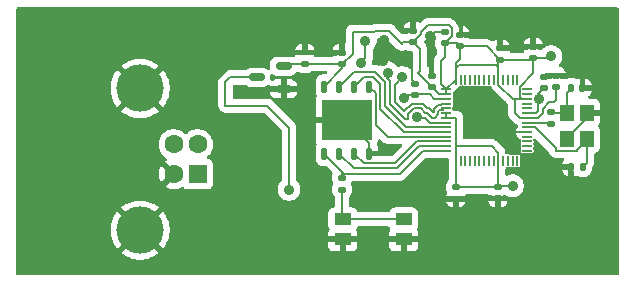
<source format=gbr>
%TF.GenerationSoftware,KiCad,Pcbnew,9.0.1*%
%TF.CreationDate,2025-07-21T18:30:37+01:00*%
%TF.ProjectId,rp2040-literal-bare-minimum,72703230-3430-42d6-9c69-746572616c2d,rev?*%
%TF.SameCoordinates,PX3922770PY49f2aa0*%
%TF.FileFunction,Copper,L1,Top*%
%TF.FilePolarity,Positive*%
%FSLAX46Y46*%
G04 Gerber Fmt 4.6, Leading zero omitted, Abs format (unit mm)*
G04 Created by KiCad (PCBNEW 9.0.1) date 2025-07-21 18:30:37*
%MOMM*%
%LPD*%
G01*
G04 APERTURE LIST*
G04 Aperture macros list*
%AMRoundRect*
0 Rectangle with rounded corners*
0 $1 Rounding radius*
0 $2 $3 $4 $5 $6 $7 $8 $9 X,Y pos of 4 corners*
0 Add a 4 corners polygon primitive as box body*
4,1,4,$2,$3,$4,$5,$6,$7,$8,$9,$2,$3,0*
0 Add four circle primitives for the rounded corners*
1,1,$1+$1,$2,$3*
1,1,$1+$1,$4,$5*
1,1,$1+$1,$6,$7*
1,1,$1+$1,$8,$9*
0 Add four rect primitives between the rounded corners*
20,1,$1+$1,$2,$3,$4,$5,0*
20,1,$1+$1,$4,$5,$6,$7,0*
20,1,$1+$1,$6,$7,$8,$9,0*
20,1,$1+$1,$8,$9,$2,$3,0*%
G04 Aperture macros list end*
%TA.AperFunction,SMDPad,CuDef*%
%ADD10RoundRect,0.140000X0.170000X-0.140000X0.170000X0.140000X-0.170000X0.140000X-0.170000X-0.140000X0*%
%TD*%
%TA.AperFunction,SMDPad,CuDef*%
%ADD11RoundRect,0.140000X-0.140000X-0.170000X0.140000X-0.170000X0.140000X0.170000X-0.140000X0.170000X0*%
%TD*%
%TA.AperFunction,SMDPad,CuDef*%
%ADD12RoundRect,0.055000X0.165000X-0.465000X0.165000X0.465000X-0.165000X0.465000X-0.165000X-0.465000X0*%
%TD*%
%TA.AperFunction,SMDPad,CuDef*%
%ADD13R,4.300000X3.400000*%
%TD*%
%TA.AperFunction,SMDPad,CuDef*%
%ADD14RoundRect,0.150000X0.512500X0.150000X-0.512500X0.150000X-0.512500X-0.150000X0.512500X-0.150000X0*%
%TD*%
%TA.AperFunction,SMDPad,CuDef*%
%ADD15RoundRect,0.140000X-0.170000X0.140000X-0.170000X-0.140000X0.170000X-0.140000X0.170000X0.140000X0*%
%TD*%
%TA.AperFunction,SMDPad,CuDef*%
%ADD16RoundRect,0.135000X-0.185000X0.135000X-0.185000X-0.135000X0.185000X-0.135000X0.185000X0.135000X0*%
%TD*%
%TA.AperFunction,SMDPad,CuDef*%
%ADD17RoundRect,0.050000X0.050000X-0.387500X0.050000X0.387500X-0.050000X0.387500X-0.050000X-0.387500X0*%
%TD*%
%TA.AperFunction,SMDPad,CuDef*%
%ADD18RoundRect,0.050000X0.387500X-0.050000X0.387500X0.050000X-0.387500X0.050000X-0.387500X-0.050000X0*%
%TD*%
%TA.AperFunction,HeatsinkPad*%
%ADD19R,3.200000X3.200000*%
%TD*%
%TA.AperFunction,SMDPad,CuDef*%
%ADD20R,1.200000X1.400000*%
%TD*%
%TA.AperFunction,SMDPad,CuDef*%
%ADD21R,1.450000X1.000000*%
%TD*%
%TA.AperFunction,SMDPad,CuDef*%
%ADD22RoundRect,0.140000X0.140000X0.170000X-0.140000X0.170000X-0.140000X-0.170000X0.140000X-0.170000X0*%
%TD*%
%TA.AperFunction,ComponentPad*%
%ADD23R,1.600000X1.600000*%
%TD*%
%TA.AperFunction,ComponentPad*%
%ADD24C,1.600000*%
%TD*%
%TA.AperFunction,ComponentPad*%
%ADD25C,4.000000*%
%TD*%
%TA.AperFunction,ViaPad*%
%ADD26C,0.900000*%
%TD*%
%TA.AperFunction,Conductor*%
%ADD27C,0.200000*%
%TD*%
G04 APERTURE END LIST*
D10*
%TO.P,C11,1*%
%TO.N,+3V3*%
X35212500Y15882500D03*
%TO.P,C11,2*%
%TO.N,GND*%
X35212500Y16842500D03*
%TD*%
%TO.P,C16,1*%
%TO.N,+3V3*%
X45712500Y15892500D03*
%TO.P,C16,2*%
%TO.N,GND*%
X45712500Y16852500D03*
%TD*%
D11*
%TO.P,C3,1*%
%TO.N,GND*%
X46982500Y9132500D03*
%TO.P,C3,2*%
%TO.N,/XTAL_IN*%
X47942500Y9132500D03*
%TD*%
D10*
%TO.P,C14,1*%
%TO.N,+3V3*%
X36257500Y19607500D03*
%TO.P,C14,2*%
%TO.N,GND*%
X36257500Y20567500D03*
%TD*%
%TO.P,C9,1*%
%TO.N,+3V3*%
X43772500Y18377500D03*
%TO.P,C9,2*%
%TO.N,GND*%
X43772500Y19337500D03*
%TD*%
D12*
%TO.P,U4,1,~{CS}*%
%TO.N,/QSPI_SS*%
X26075000Y10270000D03*
%TO.P,U4,2,DO(IO1)*%
%TO.N,/QSPI_SD1*%
X27345000Y10270000D03*
%TO.P,U4,3,~{WP}(IO2)*%
%TO.N,/QSPI_SD2*%
X28615000Y10270000D03*
%TO.P,U4,4,GND*%
%TO.N,GND*%
X29885000Y10270000D03*
%TO.P,U4,5,DI(IO0)*%
%TO.N,/QSPI_SD0*%
X29885000Y15960000D03*
%TO.P,U4,6,CLK*%
%TO.N,/QSPI_SCLK*%
X28615000Y15960000D03*
%TO.P,U4,7,~{HOLD}/RESET(IO3)*%
%TO.N,/QSPI_SD3*%
X27345000Y15960000D03*
%TO.P,U4,8,VCC*%
%TO.N,+3V3*%
X26075000Y15960000D03*
D13*
%TO.P,U4,9,EXP*%
%TO.N,GND*%
X27980000Y13115000D03*
%TD*%
D10*
%TO.P,C5,1*%
%TO.N,+3V3*%
X27607500Y17862500D03*
%TO.P,C5,2*%
%TO.N,GND*%
X27607500Y18822500D03*
%TD*%
%TO.P,C10,1*%
%TO.N,+3V3*%
X33612500Y19727500D03*
%TO.P,C10,2*%
%TO.N,GND*%
X33612500Y20687500D03*
%TD*%
D14*
%TO.P,U3,1,GND*%
%TO.N,GND*%
X22625000Y15780000D03*
%TO.P,U3,2,VO*%
%TO.N,+3V3*%
X22625000Y17680000D03*
%TO.P,U3,3,VI*%
%TO.N,+5V*%
X20350000Y16730000D03*
%TD*%
D10*
%TO.P,C6,1*%
%TO.N,+1V1*%
X33777500Y15232500D03*
%TO.P,C6,2*%
%TO.N,GND*%
X33777500Y16192500D03*
%TD*%
D15*
%TO.P,C17,1*%
%TO.N,+3V3*%
X40772500Y7457500D03*
%TO.P,C17,2*%
%TO.N,GND*%
X40772500Y6497500D03*
%TD*%
D16*
%TO.P,R3,1*%
%TO.N,Net-(C4-Pad2)*%
X45247500Y13837500D03*
%TO.P,R3,2*%
%TO.N,/XTAL_OUT*%
X45247500Y12817500D03*
%TD*%
D10*
%TO.P,C12,1*%
%TO.N,+3V3*%
X40967500Y18227500D03*
%TO.P,C12,2*%
%TO.N,GND*%
X40967500Y19187500D03*
%TD*%
D15*
%TO.P,C13,1*%
%TO.N,+3V3*%
X37207500Y7432500D03*
%TO.P,C13,2*%
%TO.N,GND*%
X37207500Y6472500D03*
%TD*%
D16*
%TO.P,R4,1*%
%TO.N,/QSPI_SS*%
X27582500Y8257500D03*
%TO.P,R4,2*%
%TO.N,Net-(R4-Pad2)*%
X27582500Y7237500D03*
%TD*%
D10*
%TO.P,C15,1*%
%TO.N,+3V3*%
X37537500Y19372500D03*
%TO.P,C15,2*%
%TO.N,GND*%
X37537500Y20332500D03*
%TD*%
D17*
%TO.P,U1,1,IOVDD*%
%TO.N,+3V3*%
X37212500Y9675000D03*
%TO.P,U1,2,GPIO0*%
%TO.N,unconnected-(U1-GPIO0-Pad2)*%
X37612500Y9675000D03*
%TO.P,U1,3,GPIO1*%
%TO.N,unconnected-(U1-GPIO1-Pad3)*%
X38012500Y9675000D03*
%TO.P,U1,4,GPIO2*%
%TO.N,unconnected-(U1-GPIO2-Pad4)*%
X38412500Y9675000D03*
%TO.P,U1,5,GPIO3*%
%TO.N,unconnected-(U1-GPIO3-Pad5)*%
X38812500Y9675000D03*
%TO.P,U1,6,GPIO4*%
%TO.N,unconnected-(U1-GPIO4-Pad6)*%
X39212500Y9675000D03*
%TO.P,U1,7,GPIO5*%
%TO.N,unconnected-(U1-GPIO5-Pad7)*%
X39612500Y9675000D03*
%TO.P,U1,8,GPIO6*%
%TO.N,unconnected-(U1-GPIO6-Pad8)*%
X40012500Y9675000D03*
%TO.P,U1,9,GPIO7*%
%TO.N,unconnected-(U1-GPIO7-Pad9)*%
X40412500Y9675000D03*
%TO.P,U1,10,IOVDD*%
%TO.N,+3V3*%
X40812500Y9675000D03*
%TO.P,U1,11,GPIO8*%
%TO.N,unconnected-(U1-GPIO8-Pad11)*%
X41212500Y9675000D03*
%TO.P,U1,12,GPIO9*%
%TO.N,unconnected-(U1-GPIO9-Pad12)*%
X41612500Y9675000D03*
%TO.P,U1,13,GPIO10*%
%TO.N,unconnected-(U1-GPIO10-Pad13)*%
X42012500Y9675000D03*
%TO.P,U1,14,GPIO11*%
%TO.N,unconnected-(U1-GPIO11-Pad14)*%
X42412500Y9675000D03*
D18*
%TO.P,U1,15,GPIO12*%
%TO.N,unconnected-(U1-GPIO12-Pad15)*%
X43250000Y10512500D03*
%TO.P,U1,16,GPIO13*%
%TO.N,unconnected-(U1-GPIO13-Pad16)*%
X43250000Y10912500D03*
%TO.P,U1,17,GPIO14*%
%TO.N,unconnected-(U1-GPIO14-Pad17)*%
X43250000Y11312500D03*
%TO.P,U1,18,GPIO15*%
%TO.N,unconnected-(U1-GPIO15-Pad18)*%
X43250000Y11712500D03*
%TO.P,U1,19,TESTEN*%
%TO.N,GND*%
X43250000Y12112500D03*
%TO.P,U1,20,XIN*%
%TO.N,/XTAL_IN*%
X43250000Y12512500D03*
%TO.P,U1,21,XOUT*%
%TO.N,/XTAL_OUT*%
X43250000Y12912500D03*
%TO.P,U1,22,IOVDD*%
%TO.N,+3V3*%
X43250000Y13312500D03*
%TO.P,U1,23,DVDD*%
%TO.N,+1V1*%
X43250000Y13712500D03*
%TO.P,U1,24,SWCLK*%
%TO.N,unconnected-(U1-SWCLK-Pad24)*%
X43250000Y14112500D03*
%TO.P,U1,25,SWD*%
%TO.N,unconnected-(U1-SWD-Pad25)*%
X43250000Y14512500D03*
%TO.P,U1,26,RUN*%
%TO.N,+3V3*%
X43250000Y14912500D03*
%TO.P,U1,27,GPIO16*%
%TO.N,unconnected-(U1-GPIO16-Pad27)*%
X43250000Y15312500D03*
%TO.P,U1,28,GPIO17*%
%TO.N,unconnected-(U1-GPIO17-Pad28)*%
X43250000Y15712500D03*
D17*
%TO.P,U1,29,GPIO18*%
%TO.N,unconnected-(U1-GPIO18-Pad29)*%
X42412500Y16550000D03*
%TO.P,U1,30,GPIO19*%
%TO.N,unconnected-(U1-GPIO19-Pad30)*%
X42012500Y16550000D03*
%TO.P,U1,31,GPIO20*%
%TO.N,unconnected-(U1-GPIO20-Pad31)*%
X41612500Y16550000D03*
%TO.P,U1,32,GPIO21*%
%TO.N,unconnected-(U1-GPIO21-Pad32)*%
X41212500Y16550000D03*
%TO.P,U1,33,IOVDD*%
%TO.N,+3V3*%
X40812500Y16550000D03*
%TO.P,U1,34,GPIO22*%
%TO.N,unconnected-(U1-GPIO22-Pad34)*%
X40412500Y16550000D03*
%TO.P,U1,35,GPIO23*%
%TO.N,unconnected-(U1-GPIO23-Pad35)*%
X40012500Y16550000D03*
%TO.P,U1,36,GPIO24*%
%TO.N,unconnected-(U1-GPIO24-Pad36)*%
X39612500Y16550000D03*
%TO.P,U1,37,GPIO25*%
%TO.N,unconnected-(U1-GPIO25-Pad37)*%
X39212500Y16550000D03*
%TO.P,U1,38,GPIO26_ADC0*%
%TO.N,unconnected-(U1-GPIO26_ADC0-Pad38)*%
X38812500Y16550000D03*
%TO.P,U1,39,GPIO27_ADC1*%
%TO.N,unconnected-(U1-GPIO27_ADC1-Pad39)*%
X38412500Y16550000D03*
%TO.P,U1,40,GPIO28_ADC2*%
%TO.N,unconnected-(U1-GPIO28_ADC2-Pad40)*%
X38012500Y16550000D03*
%TO.P,U1,41,GPIO29_ADC3*%
%TO.N,unconnected-(U1-GPIO29_ADC3-Pad41)*%
X37612500Y16550000D03*
%TO.P,U1,42,IOVDD*%
%TO.N,+3V3*%
X37212500Y16550000D03*
D18*
%TO.P,U1,43,ADC_AVDD*%
X36375000Y15712500D03*
%TO.P,U1,44,VREG_IN*%
X36375000Y15312500D03*
%TO.P,U1,45,VREG_VOUT*%
%TO.N,+1V1*%
X36375000Y14912500D03*
%TO.P,U1,46,USB_DM*%
%TO.N,Net-(U1-USB_DM)*%
X36375000Y14512500D03*
%TO.P,U1,47,USB_DP*%
%TO.N,Net-(U1-USB_DP)*%
X36375000Y14112500D03*
%TO.P,U1,48,USB_VDD*%
%TO.N,+3V3*%
X36375000Y13712500D03*
%TO.P,U1,49,IOVDD*%
X36375000Y13312500D03*
%TO.P,U1,50,DVDD*%
%TO.N,+1V1*%
X36375000Y12912500D03*
%TO.P,U1,51,QSPI_SD3*%
%TO.N,/QSPI_SD3*%
X36375000Y12512500D03*
%TO.P,U1,52,QSPI_SCLK*%
%TO.N,/QSPI_SCLK*%
X36375000Y12112500D03*
%TO.P,U1,53,QSPI_SD0*%
%TO.N,/QSPI_SD0*%
X36375000Y11712500D03*
%TO.P,U1,54,QSPI_SD2*%
%TO.N,/QSPI_SD2*%
X36375000Y11312500D03*
%TO.P,U1,55,QSPI_SD1*%
%TO.N,/QSPI_SD1*%
X36375000Y10912500D03*
%TO.P,U1,56,QSPI_SS*%
%TO.N,/QSPI_SS*%
X36375000Y10512500D03*
D19*
%TO.P,U1,57,GND*%
%TO.N,GND*%
X39812500Y13112500D03*
%TD*%
D10*
%TO.P,C7,1*%
%TO.N,+1V1*%
X44692500Y15827500D03*
%TO.P,C7,2*%
%TO.N,GND*%
X44692500Y16787500D03*
%TD*%
D20*
%TO.P,Y1,1,1*%
%TO.N,Net-(C4-Pad2)*%
X46587500Y13727500D03*
%TO.P,Y1,2,2*%
%TO.N,GND*%
X46587500Y11527500D03*
%TO.P,Y1,3,3*%
%TO.N,/XTAL_IN*%
X48287500Y11527500D03*
%TO.P,Y1,4,4*%
%TO.N,GND*%
X48287500Y13727500D03*
%TD*%
D21*
%TO.P,SW1,1,1*%
%TO.N,GND*%
X32797500Y3017500D03*
X27647500Y3017500D03*
%TO.P,SW1,2,2*%
%TO.N,Net-(R4-Pad2)*%
X32797500Y4717500D03*
X27647500Y4717500D03*
%TD*%
D22*
%TO.P,C4,1*%
%TO.N,GND*%
X47932500Y15837500D03*
%TO.P,C4,2*%
%TO.N,Net-(C4-Pad2)*%
X46972500Y15837500D03*
%TD*%
D23*
%TO.P,J1,1,VBUS*%
%TO.N,Net-(J1-VBUS)*%
X15340000Y8552500D03*
D24*
%TO.P,J1,2,D-*%
%TO.N,/D_USB_N*%
X15340000Y11052500D03*
%TO.P,J1,3,D+*%
%TO.N,/D_USB_P*%
X13340000Y11052500D03*
%TO.P,J1,4,GND*%
%TO.N,GND*%
X13340000Y8552500D03*
D25*
%TO.P,J1,5,Shield*%
X10480000Y3802500D03*
X10480000Y15802500D03*
%TD*%
D15*
%TO.P,C2,1*%
%TO.N,GND*%
X24402500Y18842500D03*
%TO.P,C2,2*%
%TO.N,+3V3*%
X24402500Y17882500D03*
%TD*%
D26*
%TO.N,+1V1*%
X32840000Y14955000D03*
%TO.N,Net-(U1-USB_DP)*%
X31475935Y17131811D03*
%TO.N,GND*%
X24527500Y16022500D03*
X35027500Y20262500D03*
X31145000Y19865000D03*
X31085000Y18160000D03*
%TO.N,+5V*%
X23102500Y7232500D03*
%TO.N,+3V3*%
X42022500Y7562500D03*
X45272500Y18512500D03*
%TO.N,Net-(U1-USB_DM)*%
X32677812Y16735000D03*
%TO.N,/D_N*%
X29187831Y17932169D03*
X29560000Y19820000D03*
%TO.N,+1V1*%
X33938837Y13361500D03*
X44285000Y14902500D03*
%TD*%
D27*
%TO.N,+1V1*%
X32840000Y14955000D02*
X33117500Y15232500D01*
X33117500Y15232500D02*
X33777500Y15232500D01*
%TO.N,Net-(U1-USB_DM)*%
X34807512Y14122000D02*
X34416012Y14513500D01*
X36374000Y14511500D02*
X36373000Y14512500D01*
X32047000Y16104188D02*
X32677812Y16735000D01*
X36040800Y14512500D02*
X35942800Y14414500D01*
X36373000Y14512500D02*
X36040800Y14512500D01*
X35303750Y13775450D02*
X34957200Y14122000D01*
X35942800Y14414500D02*
X35716048Y14414500D01*
X35716048Y14414500D02*
X35335500Y14033952D01*
X35335500Y13807200D02*
X35303750Y13775450D01*
X35335500Y14033952D02*
X35335500Y13807200D01*
X32813681Y13865519D02*
X32047000Y14632200D01*
X34957200Y14122000D02*
X34807512Y14122000D01*
X36375000Y14512500D02*
X36374000Y14511500D01*
X34416012Y14513500D02*
X33461662Y14513500D01*
X33461662Y14513500D02*
X32813681Y13865519D01*
X32047000Y14632200D02*
X32047000Y16104188D01*
%TO.N,Net-(U1-USB_DP)*%
X31475935Y17131811D02*
X31410000Y17065876D01*
X31410000Y17065876D02*
X31410000Y16704184D01*
X31646000Y16468184D02*
X31646000Y14466100D01*
X35882148Y14013500D02*
X36108900Y14013500D01*
X33187837Y13185000D02*
X33187837Y13672575D01*
X31646000Y14466100D02*
X32927100Y13185000D01*
X32927100Y13185000D02*
X33187837Y13185000D01*
X33187837Y13672575D02*
X33627762Y14112500D01*
X31410000Y16704184D02*
X31646000Y16468184D01*
X34791100Y13721000D02*
X35198600Y13313500D01*
X33627762Y14112500D02*
X34249912Y14112500D01*
X34641412Y13721000D02*
X34791100Y13721000D01*
X34249912Y14112500D02*
X34641412Y13721000D01*
X35198600Y13313500D02*
X35408900Y13313500D01*
X35408900Y13313500D02*
X35736500Y13641100D01*
X35736500Y13641100D02*
X35736500Y13867852D01*
X35736500Y13867852D02*
X35882148Y14013500D01*
X36108900Y14013500D02*
X36206900Y14111500D01*
%TO.N,/QSPI_SD3*%
X27345000Y15960000D02*
X28567000Y17182000D01*
X30365084Y17182000D02*
X31245000Y16302084D01*
X28567000Y17182000D02*
X30365084Y17182000D01*
X31245000Y16302084D02*
X31245000Y14300000D01*
X31245000Y14300000D02*
X33031500Y12513500D01*
X33031500Y12513500D02*
X34705000Y12513500D01*
X34705000Y12513500D02*
X34706000Y12512500D01*
X34706000Y12512500D02*
X36375000Y12512500D01*
%TO.N,/QSPI_SCLK*%
X29436000Y16781000D02*
X30198984Y16781000D01*
X30832000Y16147984D02*
X30832000Y14068000D01*
X28615000Y15960000D02*
X29436000Y16781000D01*
X30832000Y14068000D02*
X32787500Y12112500D01*
X32787500Y12112500D02*
X36375000Y12112500D01*
X30198984Y16781000D02*
X30832000Y16147984D01*
%TO.N,+3V3*%
X27607500Y17862500D02*
X27607500Y17492500D01*
X27607500Y17492500D02*
X26075000Y15960000D01*
%TO.N,+1V1*%
X33938837Y13361500D02*
X33980337Y13320000D01*
X34625000Y13320000D02*
X35032500Y12912500D01*
X33980337Y13320000D02*
X34625000Y13320000D01*
X35032500Y12912500D02*
X36375000Y12912500D01*
%TO.N,/QSPI_SD0*%
X29885000Y15960000D02*
X30431000Y15414000D01*
X30431000Y15414000D02*
X30431000Y12729000D01*
X30431000Y12729000D02*
X31447500Y11712500D01*
X31447500Y11712500D02*
X36375000Y11712500D01*
%TO.N,/QSPI_SS*%
X26075000Y10270000D02*
X27185000Y9160000D01*
X27582500Y8257500D02*
X27582500Y8762500D01*
X27582500Y8762500D02*
X27185000Y9160000D01*
X27185000Y9160000D02*
X27775000Y8570000D01*
X27775000Y8570000D02*
X32470000Y8570000D01*
X32470000Y8570000D02*
X34411500Y10511500D01*
X34411500Y10511500D02*
X36375000Y10511500D01*
%TO.N,/QSPI_SD1*%
X27345000Y10270000D02*
X28567000Y9048000D01*
X28567000Y9048000D02*
X32233000Y9048000D01*
X32233000Y9048000D02*
X34097500Y10912500D01*
X34097500Y10912500D02*
X36375000Y10912500D01*
%TO.N,/QSPI_SD2*%
X28615000Y10270000D02*
X29436000Y9449000D01*
X32039000Y9449000D02*
X33902500Y11312500D01*
X29436000Y9449000D02*
X32039000Y9449000D01*
X33902500Y11312500D02*
X36375000Y11312500D01*
%TO.N,GND*%
X29885000Y10270000D02*
X29885000Y11210000D01*
X29885000Y11210000D02*
X27980000Y13115000D01*
%TO.N,+1V1*%
X36375000Y14912500D02*
X35377500Y14912500D01*
X35377500Y14912500D02*
X34985000Y15305000D01*
X34985000Y15305000D02*
X33850000Y15305000D01*
%TO.N,GND*%
X36257500Y20567500D02*
X35332500Y20567500D01*
X35332500Y20567500D02*
X35027500Y20262500D01*
%TO.N,+3V3*%
X33612500Y19727500D02*
X34275000Y20390000D01*
X34275000Y20390000D02*
X34275000Y20572075D01*
X34851425Y21148500D02*
X36614050Y21148500D01*
X34275000Y20572075D02*
X34851425Y21148500D01*
X36868500Y20894050D02*
X36868500Y20218500D01*
X36614050Y21148500D02*
X36868500Y20894050D01*
X36868500Y20218500D02*
X36257500Y19607500D01*
%TO.N,/D_N*%
X29187831Y18027831D02*
X29560000Y18400000D01*
X29187831Y17932169D02*
X29187831Y18027831D01*
X29560000Y18400000D02*
X29560000Y19820000D01*
%TO.N,GND*%
X31085000Y18160000D02*
X31085000Y18616000D01*
X31085000Y18616000D02*
X31392500Y18923500D01*
X31392500Y19617500D02*
X31145000Y19865000D01*
X31392500Y18923500D02*
X31392500Y19617500D01*
X31145000Y19865000D02*
X31352500Y19657500D01*
X31442500Y19657500D02*
X33495500Y17604500D01*
X31352500Y19657500D02*
X31442500Y19657500D01*
X33495500Y17604500D02*
X33495500Y16474500D01*
X33495500Y16474500D02*
X33777500Y16192500D01*
%TO.N,+3V3*%
X28485000Y18740000D02*
X28485000Y20570000D01*
X27607500Y17862500D02*
X28485000Y18740000D01*
X30315000Y20570000D02*
X30397500Y20652500D01*
X28485000Y20570000D02*
X30315000Y20570000D01*
%TO.N,+1V1*%
X44285000Y14902500D02*
X44156500Y14902500D01*
%TO.N,GND*%
X35212500Y20077500D02*
X35027500Y20262500D01*
X24527500Y16022500D02*
X24285000Y15780000D01*
X35212500Y16842500D02*
X35212500Y20077500D01*
X43250000Y12112500D02*
X40812500Y12112500D01*
X46587500Y11627500D02*
X48287500Y13327500D01*
X24285000Y15780000D02*
X22625000Y15780000D01*
%TO.N,+5V*%
X17707500Y16332500D02*
X18102500Y16727500D01*
X23102500Y7232500D02*
X23102500Y12472500D01*
X23102500Y12472500D02*
X21237500Y14337500D01*
X20350000Y16730000D02*
X18580000Y16730000D01*
X18580000Y16730000D02*
X18577500Y16727500D01*
X18102500Y16727500D02*
X18577500Y16727500D01*
X21237500Y14337500D02*
X17707500Y14337500D01*
X17707500Y14337500D02*
X17707500Y16332500D01*
%TO.N,+3V3*%
X40812500Y9675000D02*
X40812500Y7497500D01*
X37537500Y19372500D02*
X39822500Y19372500D01*
X42217500Y13702500D02*
X42217500Y14892500D01*
X42237500Y14912500D02*
X42012500Y14912500D01*
X32637500Y19597500D02*
X32767500Y19727500D01*
X36375000Y15712500D02*
X35927500Y16160000D01*
X42217500Y14892500D02*
X42237500Y14912500D01*
X32767500Y19727500D02*
X33612500Y19727500D01*
X37212500Y9675000D02*
X37212500Y10837500D01*
X42012500Y14912500D02*
X40812500Y16112500D01*
X44557500Y13687500D02*
X44557500Y14087840D01*
X27607500Y17862500D02*
X22807500Y17862500D01*
X37212500Y16550000D02*
X37212500Y17535000D01*
X43250000Y14912500D02*
X42812500Y14912500D01*
X30397500Y20652500D02*
X31582500Y20652500D01*
X39822500Y19372500D02*
X40967500Y18227500D01*
X33612500Y19727500D02*
X34162500Y19177500D01*
X36375000Y15312500D02*
X36375000Y15712500D01*
X37212500Y9675000D02*
X37212500Y7437500D01*
X37302500Y19607500D02*
X37537500Y19372500D01*
X45137500Y18377500D02*
X45272500Y18512500D01*
X40812500Y9675000D02*
X40812500Y10367500D01*
X40812500Y10367500D02*
X40275000Y10905000D01*
X34162500Y19177500D02*
X34162500Y17282500D01*
X42812500Y14912500D02*
X42611500Y15113500D01*
X43772500Y17116148D02*
X43772500Y18377500D01*
X37400000Y10900000D02*
X37220000Y10900000D01*
X43250000Y13312500D02*
X42607500Y13312500D01*
X31582500Y20652500D02*
X32637500Y19597500D01*
X37537500Y18277500D02*
X37537500Y19372500D01*
X35927500Y16160000D02*
X35927500Y18157500D01*
X45087160Y14617500D02*
X45487500Y14617500D01*
X37405000Y10905000D02*
X37400000Y10900000D01*
X37220000Y13307500D02*
X37225000Y13312500D01*
X45712500Y14842500D02*
X45712500Y15892500D01*
X40275000Y10905000D02*
X37405000Y10905000D01*
X43772500Y18377500D02*
X45137500Y18377500D01*
X37212500Y17952500D02*
X37537500Y18277500D01*
X40772500Y7457500D02*
X37232500Y7457500D01*
X45487500Y14617500D02*
X45712500Y14842500D01*
X36257500Y19607500D02*
X37302500Y19607500D01*
X36375000Y15712500D02*
X37212500Y16550000D01*
X35927500Y18157500D02*
X36257500Y18487500D01*
X40967500Y18227500D02*
X43622500Y18227500D01*
X42607500Y13312500D02*
X42217500Y13702500D01*
X40812500Y17620000D02*
X40812500Y17012500D01*
X40632500Y17800000D02*
X40812500Y17620000D01*
X42611500Y15955148D02*
X43772500Y17116148D01*
X42611500Y15113500D02*
X42611500Y15955148D01*
X37212500Y17535000D02*
X37477500Y17800000D01*
X40812500Y16112500D02*
X40812500Y16550000D01*
X37225000Y13312500D02*
X36375000Y13312500D01*
X35212500Y15882500D02*
X33987500Y17107500D01*
X35782500Y15312500D02*
X35212500Y15882500D01*
X36375000Y15312500D02*
X35782500Y15312500D01*
X37220000Y10900000D02*
X37220000Y13307500D01*
X36375000Y13312500D02*
X36375000Y13712500D01*
X40812500Y16550000D02*
X40812500Y17012500D01*
X34162500Y17282500D02*
X33987500Y17107500D01*
X37477500Y17800000D02*
X40632500Y17800000D01*
X42022500Y7562500D02*
X40877500Y7562500D01*
X37212500Y16550000D02*
X37212500Y17952500D01*
X44557500Y14087840D02*
X45087160Y14617500D01*
X44182500Y13312500D02*
X44557500Y13687500D01*
X40812500Y17012500D02*
X40812500Y18072500D01*
X43250000Y13312500D02*
X44182500Y13312500D01*
X43250000Y14912500D02*
X42237500Y14912500D01*
X36257500Y18487500D02*
X36257500Y19607500D01*
%TO.N,/XTAL_IN*%
X48287500Y9477500D02*
X47942500Y9132500D01*
X43892500Y12512500D02*
X43250000Y12512500D01*
X45686500Y10526500D02*
X45686500Y10718500D01*
X47488500Y10526500D02*
X45686500Y10526500D01*
X48287500Y11427500D02*
X47488500Y10628500D01*
X45686500Y10718500D02*
X43892500Y12512500D01*
X47488500Y10628500D02*
X47488500Y10526500D01*
X48287500Y11527500D02*
X48287500Y9477500D01*
%TO.N,Net-(C4-Pad2)*%
X46587500Y13727500D02*
X45357500Y13727500D01*
X46587500Y15452500D02*
X46972500Y15837500D01*
X46587500Y13727500D02*
X46587500Y15452500D01*
%TO.N,/XTAL_OUT*%
X45152500Y12912500D02*
X43250000Y12912500D01*
%TO.N,Net-(R4-Pad2)*%
X32797500Y4717500D02*
X27647500Y4717500D01*
X27582500Y7237500D02*
X27582500Y4782500D01*
%TO.N,+1V1*%
X44156500Y14902500D02*
X44156500Y15291500D01*
X44156500Y13881500D02*
X44156500Y14902500D01*
X43987500Y13712500D02*
X44156500Y13881500D01*
X43250000Y13712500D02*
X43987500Y13712500D01*
X44156500Y15291500D02*
X44692500Y15827500D01*
%TD*%
%TA.AperFunction,Conductor*%
%TO.N,GND*%
G36*
X30835203Y11475116D02*
G01*
X30841681Y11469084D01*
X30962639Y11348126D01*
X30962649Y11348115D01*
X30966979Y11343785D01*
X30966980Y11343784D01*
X31078784Y11231980D01*
X31078786Y11231979D01*
X31078790Y11231976D01*
X31141591Y11195718D01*
X31141595Y11195717D01*
X31141596Y11195716D01*
X31166411Y11181389D01*
X31215712Y11152924D01*
X31215714Y11152924D01*
X31215715Y11152923D01*
X31368443Y11112000D01*
X32553403Y11112000D01*
X32620442Y11092315D01*
X32666197Y11039511D01*
X32676141Y10970353D01*
X32647116Y10906797D01*
X32641084Y10900319D01*
X31826584Y10085819D01*
X31765261Y10052334D01*
X31738903Y10049500D01*
X30656862Y10049500D01*
X30655159Y10050000D01*
X30009000Y10050000D01*
X30000314Y10052551D01*
X29991353Y10051262D01*
X29967312Y10062241D01*
X29941961Y10069685D01*
X29936033Y10076526D01*
X29927797Y10080287D01*
X29913507Y10102522D01*
X29896206Y10122489D01*
X29893918Y10133004D01*
X29890023Y10139065D01*
X29885000Y10174000D01*
X29885000Y10366000D01*
X29904685Y10433039D01*
X29957489Y10478794D01*
X30009000Y10490000D01*
X30605000Y10490000D01*
X30605000Y10778451D01*
X30594289Y10867639D01*
X30535208Y11017459D01*
X30537566Y11018389D01*
X30524792Y11073794D01*
X30548395Y11139557D01*
X30549310Y11140795D01*
X30573351Y11172910D01*
X30623597Y11307624D01*
X30623598Y11307628D01*
X30629999Y11367156D01*
X30630000Y11367173D01*
X30630000Y11381403D01*
X30649685Y11448442D01*
X30702489Y11494197D01*
X30771647Y11504141D01*
X30835203Y11475116D01*
G37*
%TD.AperFunction*%
%TA.AperFunction,Conductor*%
G36*
X35390540Y20528315D02*
G01*
X35436295Y20475511D01*
X35447501Y20424000D01*
X35447501Y20362851D01*
X35450354Y20326590D01*
X35495468Y20171305D01*
X35507411Y20151111D01*
X35524592Y20083387D01*
X35507411Y20024872D01*
X35495006Y20003896D01*
X35495004Y20003891D01*
X35449857Y19848498D01*
X35449856Y19848492D01*
X35447000Y19812198D01*
X35447000Y19402803D01*
X35449856Y19366509D01*
X35449857Y19366503D01*
X35495004Y19211110D01*
X35495005Y19211107D01*
X35577381Y19071816D01*
X35577387Y19071808D01*
X35620680Y19028516D01*
X35635384Y19001588D01*
X35651977Y18975769D01*
X35652868Y18969570D01*
X35654166Y18967193D01*
X35657000Y18940834D01*
X35657000Y18787598D01*
X35637315Y18720559D01*
X35620681Y18699917D01*
X35446981Y18526218D01*
X35446979Y18526216D01*
X35427842Y18493069D01*
X35419753Y18479057D01*
X35367923Y18389285D01*
X35326999Y18236557D01*
X35326999Y18236555D01*
X35326999Y18068454D01*
X35327000Y18068441D01*
X35327000Y16966500D01*
X35324449Y16957815D01*
X35325738Y16948853D01*
X35314759Y16924813D01*
X35307315Y16899461D01*
X35300474Y16893534D01*
X35296713Y16885297D01*
X35274478Y16871008D01*
X35254511Y16853706D01*
X35243996Y16851419D01*
X35237935Y16847523D01*
X35203000Y16842500D01*
X35153098Y16842500D01*
X35086059Y16862185D01*
X35065417Y16878819D01*
X34998819Y16945417D01*
X34965334Y17006740D01*
X34962500Y17033098D01*
X34962500Y17621290D01*
X34962499Y17621291D01*
X34941587Y17619646D01*
X34941584Y17619645D01*
X34921593Y17613837D01*
X34851723Y17614038D01*
X34793054Y17651981D01*
X34764212Y17715620D01*
X34763000Y17732914D01*
X34763000Y19256555D01*
X34763000Y19256557D01*
X34722077Y19409284D01*
X34705787Y19437500D01*
X34643024Y19546210D01*
X34643021Y19546214D01*
X34643020Y19546216D01*
X34549415Y19639821D01*
X34545076Y19647768D01*
X34537830Y19653192D01*
X34528595Y19677952D01*
X34515931Y19701145D01*
X34516576Y19710174D01*
X34513413Y19718656D01*
X34519029Y19744477D01*
X34520915Y19770836D01*
X34526733Y19779890D01*
X34528265Y19786929D01*
X34549411Y19815177D01*
X34633506Y19899273D01*
X34633511Y19899276D01*
X34643714Y19909480D01*
X34643716Y19909480D01*
X34755520Y20021284D01*
X34834577Y20158216D01*
X34871439Y20295788D01*
X34879454Y20309672D01*
X34882380Y20323118D01*
X34903525Y20351366D01*
X35063843Y20511684D01*
X35125164Y20545166D01*
X35151522Y20548000D01*
X35323501Y20548000D01*
X35390540Y20528315D01*
G37*
%TD.AperFunction*%
%TA.AperFunction,Conductor*%
G36*
X31349442Y20032315D02*
G01*
X31370084Y20015681D01*
X32156981Y19228784D01*
X32268784Y19116981D01*
X32405715Y19037923D01*
X32558443Y18996999D01*
X32558446Y18996999D01*
X32716554Y18996999D01*
X32716557Y18996999D01*
X32869285Y19037923D01*
X32883597Y19046187D01*
X32930125Y19073049D01*
X32998025Y19089523D01*
X33055247Y19072395D01*
X33186105Y18995006D01*
X33195777Y18992196D01*
X33341502Y18949858D01*
X33341505Y18949858D01*
X33341507Y18949857D01*
X33377810Y18947000D01*
X33438000Y18947000D01*
X33505039Y18927315D01*
X33550794Y18874511D01*
X33562000Y18823000D01*
X33562000Y17582597D01*
X33554768Y17557969D01*
X33551435Y17532512D01*
X33544185Y17521930D01*
X33542315Y17515558D01*
X33532729Y17502582D01*
X33529368Y17498604D01*
X33506981Y17476216D01*
X33499470Y17463207D01*
X33492337Y17454762D01*
X33472036Y17441351D01*
X33454424Y17424559D01*
X33443403Y17422436D01*
X33434040Y17416250D01*
X33409710Y17415944D01*
X33385816Y17411339D01*
X33375397Y17415511D01*
X33364176Y17415369D01*
X33343542Y17428265D01*
X33320953Y17437309D01*
X33309927Y17447096D01*
X33283723Y17473300D01*
X33283719Y17473303D01*
X33128049Y17577319D01*
X33128040Y17577324D01*
X32955063Y17648973D01*
X32955055Y17648975D01*
X32771432Y17685500D01*
X32771428Y17685500D01*
X32584196Y17685500D01*
X32584191Y17685500D01*
X32400568Y17648976D01*
X32400556Y17648972D01*
X32395082Y17646704D01*
X32325613Y17639238D01*
X32263135Y17670516D01*
X32244534Y17692375D01*
X32214237Y17737719D01*
X32214236Y17737720D01*
X32214232Y17737725D01*
X32081846Y17870111D01*
X32081842Y17870114D01*
X31926172Y17974130D01*
X31926163Y17974135D01*
X31753186Y18045784D01*
X31753178Y18045786D01*
X31569555Y18082311D01*
X31569551Y18082311D01*
X31382319Y18082311D01*
X31382314Y18082311D01*
X31198691Y18045786D01*
X31198683Y18045784D01*
X31025706Y17974135D01*
X31025697Y17974130D01*
X30870027Y17870114D01*
X30755835Y17755922D01*
X30694512Y17722438D01*
X30624820Y17727422D01*
X30606159Y17736214D01*
X30596871Y17741576D01*
X30596870Y17741577D01*
X30596869Y17741577D01*
X30444141Y17782501D01*
X30286027Y17782501D01*
X30278431Y17782501D01*
X30278415Y17782500D01*
X30262331Y17782500D01*
X30195292Y17802185D01*
X30149537Y17854989D01*
X30138331Y17906500D01*
X30138331Y18025787D01*
X30125479Y18090394D01*
X30119720Y18119346D01*
X30121561Y18175624D01*
X30160500Y18320943D01*
X30160500Y19024928D01*
X30180185Y19091967D01*
X30196814Y19112605D01*
X30298302Y19214092D01*
X30402322Y19369769D01*
X30473973Y19542749D01*
X30510500Y19726384D01*
X30510500Y19913616D01*
X30510500Y19917883D01*
X30513882Y19929401D01*
X30512741Y19941353D01*
X30523544Y19962308D01*
X30530185Y19984922D01*
X30540056Y19994335D01*
X30544759Y20003455D01*
X30572502Y20025271D01*
X30590026Y20035388D01*
X30652024Y20052000D01*
X31282403Y20052000D01*
X31349442Y20032315D01*
G37*
%TD.AperFunction*%
%TA.AperFunction,Conductor*%
G36*
X50965039Y22647315D02*
G01*
X51010794Y22594511D01*
X51022000Y22543000D01*
X51022000Y122000D01*
X51002315Y54961D01*
X50949511Y9206D01*
X50898000Y-2000D01*
X122000Y-2000D01*
X54961Y17685D01*
X9206Y70489D01*
X-2000Y122000D01*
X-2000Y3942902D01*
X7980000Y3942902D01*
X7980000Y3662099D01*
X8011437Y3383088D01*
X8011439Y3383076D01*
X8073921Y3109322D01*
X8073922Y3109320D01*
X8166662Y2844283D01*
X8288492Y2591300D01*
X8437884Y2353544D01*
X8544187Y2220243D01*
X9507912Y3183968D01*
X9602829Y3053325D01*
X9730825Y2925329D01*
X9861466Y2830414D01*
X8897741Y1866690D01*
X8897741Y1866689D01*
X9031043Y1760385D01*
X9268799Y1610993D01*
X9521782Y1489163D01*
X9786819Y1396423D01*
X9786821Y1396422D01*
X10060575Y1333940D01*
X10060587Y1333938D01*
X10339598Y1302501D01*
X10339600Y1302500D01*
X10620400Y1302500D01*
X10620401Y1302501D01*
X10899412Y1333938D01*
X10899424Y1333940D01*
X11173178Y1396422D01*
X11173180Y1396423D01*
X11438217Y1489163D01*
X11691200Y1610993D01*
X11928956Y1760384D01*
X12062257Y1866690D01*
X11098533Y2830414D01*
X11229175Y2925329D01*
X11357171Y3053325D01*
X11452086Y3183967D01*
X12415810Y2220243D01*
X12522116Y2353544D01*
X12595074Y2469656D01*
X26422500Y2469656D01*
X26428901Y2410128D01*
X26428903Y2410121D01*
X26479145Y2275414D01*
X26479149Y2275407D01*
X26565309Y2160313D01*
X26565312Y2160310D01*
X26680406Y2074150D01*
X26680413Y2074146D01*
X26815120Y2023904D01*
X26815127Y2023902D01*
X26874655Y2017501D01*
X26874672Y2017500D01*
X27397500Y2017500D01*
X27897500Y2017500D01*
X28420328Y2017500D01*
X28420344Y2017501D01*
X28479872Y2023902D01*
X28479879Y2023904D01*
X28614586Y2074146D01*
X28614593Y2074150D01*
X28729687Y2160310D01*
X28729690Y2160313D01*
X28815850Y2275407D01*
X28815854Y2275414D01*
X28866096Y2410121D01*
X28866098Y2410128D01*
X28872499Y2469656D01*
X31572500Y2469656D01*
X31578901Y2410128D01*
X31578903Y2410121D01*
X31629145Y2275414D01*
X31629149Y2275407D01*
X31715309Y2160313D01*
X31715312Y2160310D01*
X31830406Y2074150D01*
X31830413Y2074146D01*
X31965120Y2023904D01*
X31965127Y2023902D01*
X32024655Y2017501D01*
X32024672Y2017500D01*
X32547500Y2017500D01*
X33047500Y2017500D01*
X33570328Y2017500D01*
X33570344Y2017501D01*
X33629872Y2023902D01*
X33629879Y2023904D01*
X33764586Y2074146D01*
X33764593Y2074150D01*
X33879687Y2160310D01*
X33879690Y2160313D01*
X33965850Y2275407D01*
X33965854Y2275414D01*
X34016096Y2410121D01*
X34016098Y2410128D01*
X34022499Y2469656D01*
X34022500Y2469673D01*
X34022500Y2767500D01*
X33047500Y2767500D01*
X33047500Y2017500D01*
X32547500Y2017500D01*
X32547500Y2767500D01*
X31572500Y2767500D01*
X31572500Y2469656D01*
X28872499Y2469656D01*
X28872500Y2469673D01*
X28872500Y2767500D01*
X27897500Y2767500D01*
X27897500Y2017500D01*
X27397500Y2017500D01*
X27397500Y2767500D01*
X26422500Y2767500D01*
X26422500Y2469656D01*
X12595074Y2469656D01*
X12671507Y2591300D01*
X12793336Y2844281D01*
X12798773Y2859817D01*
X12798773Y2859818D01*
X12886077Y3109320D01*
X12886078Y3109322D01*
X12948560Y3383076D01*
X12948562Y3383088D01*
X12979999Y3662099D01*
X12980000Y3662101D01*
X12980000Y3942900D01*
X12979999Y3942902D01*
X12948562Y4221913D01*
X12948560Y4221925D01*
X12886078Y4495679D01*
X12886077Y4495681D01*
X12793337Y4760718D01*
X12671507Y5013701D01*
X12522115Y5251457D01*
X12415810Y5384759D01*
X11452086Y4421035D01*
X11357171Y4551675D01*
X11229175Y4679671D01*
X11098533Y4774588D01*
X12062257Y5738313D01*
X11928956Y5844616D01*
X11691200Y5994008D01*
X11438217Y6115838D01*
X11173180Y6208578D01*
X11173178Y6208579D01*
X10899424Y6271061D01*
X10899412Y6271063D01*
X10620401Y6302500D01*
X10339598Y6302500D01*
X10060587Y6271063D01*
X10060575Y6271061D01*
X9786821Y6208579D01*
X9786819Y6208578D01*
X9521782Y6115838D01*
X9268799Y5994008D01*
X9031043Y5844616D01*
X8897741Y5738313D01*
X9861466Y4774588D01*
X9730825Y4679671D01*
X9602829Y4551675D01*
X9507912Y4421034D01*
X8544187Y5384759D01*
X8437884Y5251457D01*
X8288492Y5013701D01*
X8166662Y4760718D01*
X8073922Y4495681D01*
X8073921Y4495679D01*
X8011439Y4221925D01*
X8011437Y4221913D01*
X7980000Y3942902D01*
X-2000Y3942902D01*
X-2000Y11154852D01*
X12039500Y11154852D01*
X12039500Y10950149D01*
X12071522Y10747966D01*
X12134781Y10553277D01*
X12188586Y10447680D01*
X12221184Y10383703D01*
X12227715Y10370887D01*
X12348028Y10205287D01*
X12492786Y10060529D01*
X12658385Y9940216D01*
X12658387Y9940215D01*
X12658390Y9940213D01*
X12712378Y9912705D01*
X12763174Y9864731D01*
X12779969Y9796910D01*
X12757432Y9730775D01*
X12712378Y9691735D01*
X12658644Y9664357D01*
X12614077Y9631977D01*
X12614077Y9631976D01*
X13231002Y9015051D01*
X13156657Y8995130D01*
X13048343Y8932595D01*
X12959905Y8844157D01*
X12897370Y8735843D01*
X12877449Y8661498D01*
X12260524Y9278423D01*
X12260523Y9278423D01*
X12228143Y9233856D01*
X12135244Y9051532D01*
X12072009Y8856918D01*
X12040000Y8654818D01*
X12040000Y8450183D01*
X12072009Y8248083D01*
X12135244Y8053469D01*
X12228141Y7871150D01*
X12228147Y7871141D01*
X12260523Y7826579D01*
X12260524Y7826578D01*
X12877449Y8443504D01*
X12897370Y8369157D01*
X12959905Y8260843D01*
X13048343Y8172405D01*
X13156657Y8109870D01*
X13231001Y8089950D01*
X12614076Y7473026D01*
X12658650Y7440641D01*
X12840968Y7347745D01*
X13035582Y7284510D01*
X13237683Y7252500D01*
X13442317Y7252500D01*
X13644417Y7284510D01*
X13839031Y7347745D01*
X14020206Y7440059D01*
X14088875Y7452955D01*
X14153615Y7426679D01*
X14175767Y7403886D01*
X14182450Y7394958D01*
X14182452Y7394956D01*
X14182454Y7394954D01*
X14182457Y7394952D01*
X14297664Y7308707D01*
X14297671Y7308703D01*
X14432517Y7258409D01*
X14432516Y7258409D01*
X14439444Y7257665D01*
X14492127Y7252000D01*
X16187872Y7252001D01*
X16247483Y7258409D01*
X16382331Y7308704D01*
X16497546Y7394954D01*
X16583796Y7510169D01*
X16634091Y7645017D01*
X16640500Y7704627D01*
X16640499Y9400372D01*
X16634091Y9459983D01*
X16607908Y9530182D01*
X16583797Y9594829D01*
X16583793Y9594836D01*
X16497547Y9710045D01*
X16497544Y9710048D01*
X16382335Y9796294D01*
X16382328Y9796298D01*
X16247479Y9846593D01*
X16241959Y9847897D01*
X16181244Y9882471D01*
X16148859Y9944382D01*
X16155086Y10013973D01*
X16184984Y10055879D01*
X16183774Y10057089D01*
X16256627Y10129942D01*
X16331966Y10205281D01*
X16331968Y10205285D01*
X16331971Y10205287D01*
X16392383Y10288439D01*
X16452287Y10370890D01*
X16545220Y10553281D01*
X16608477Y10747966D01*
X16640500Y10950148D01*
X16640500Y11154852D01*
X16621674Y11273715D01*
X16608477Y11357035D01*
X16557963Y11512500D01*
X16545220Y11551719D01*
X16545218Y11551722D01*
X16545218Y11551724D01*
X16511503Y11617893D01*
X16452287Y11734110D01*
X16444556Y11744751D01*
X16331971Y11899714D01*
X16187213Y12044472D01*
X16021613Y12164785D01*
X16021612Y12164786D01*
X16021610Y12164787D01*
X15964653Y12193809D01*
X15839223Y12257719D01*
X15644534Y12320978D01*
X15469995Y12348622D01*
X15442352Y12353000D01*
X15237648Y12353000D01*
X15213329Y12349149D01*
X15035465Y12320978D01*
X14840776Y12257719D01*
X14658386Y12164785D01*
X14492786Y12044472D01*
X14492782Y12044468D01*
X14427681Y11979366D01*
X14366358Y11945881D01*
X14296666Y11950865D01*
X14252319Y11979366D01*
X14187213Y12044472D01*
X14021613Y12164785D01*
X14021612Y12164786D01*
X14021610Y12164787D01*
X13964653Y12193809D01*
X13839223Y12257719D01*
X13644534Y12320978D01*
X13469995Y12348622D01*
X13442352Y12353000D01*
X13237648Y12353000D01*
X13213329Y12349149D01*
X13035465Y12320978D01*
X12840776Y12257719D01*
X12658386Y12164785D01*
X12492786Y12044472D01*
X12348028Y11899714D01*
X12227715Y11734114D01*
X12134781Y11551724D01*
X12071522Y11357035D01*
X12039500Y11154852D01*
X-2000Y11154852D01*
X-2000Y15942902D01*
X7980000Y15942902D01*
X7980000Y15662099D01*
X8011437Y15383088D01*
X8011439Y15383076D01*
X8073921Y15109322D01*
X8073922Y15109320D01*
X8166662Y14844283D01*
X8288492Y14591300D01*
X8437884Y14353544D01*
X8544187Y14220243D01*
X9507912Y15183968D01*
X9602829Y15053325D01*
X9730825Y14925329D01*
X9861466Y14830414D01*
X8897741Y13866690D01*
X8897741Y13866689D01*
X9031043Y13760385D01*
X9268799Y13610993D01*
X9521782Y13489163D01*
X9786819Y13396423D01*
X9786821Y13396422D01*
X10060575Y13333940D01*
X10060587Y13333938D01*
X10339598Y13302501D01*
X10339600Y13302500D01*
X10620400Y13302500D01*
X10620401Y13302501D01*
X10899412Y13333938D01*
X10899424Y13333940D01*
X11173178Y13396422D01*
X11173180Y13396423D01*
X11438217Y13489163D01*
X11691200Y13610993D01*
X11928956Y13760384D01*
X12062257Y13866690D01*
X11098533Y14830414D01*
X11229175Y14925329D01*
X11357171Y15053325D01*
X11452086Y15183967D01*
X12415810Y14220243D01*
X12522116Y14353544D01*
X12671507Y14591300D01*
X12793337Y14844283D01*
X12886077Y15109320D01*
X12886078Y15109322D01*
X12948560Y15383076D01*
X12948562Y15383088D01*
X12979999Y15662099D01*
X12980000Y15662101D01*
X12980000Y15942900D01*
X12979999Y15942902D01*
X12948562Y16221913D01*
X12948560Y16221925D01*
X12909721Y16392092D01*
X12909721Y16392093D01*
X12905278Y16411557D01*
X17106999Y16411557D01*
X17106999Y16253443D01*
X17107000Y16253440D01*
X17107000Y14258443D01*
X17116974Y14221222D01*
X17147923Y14105717D01*
X17147926Y14105710D01*
X17226975Y13968791D01*
X17226979Y13968786D01*
X17226980Y13968784D01*
X17338784Y13856980D01*
X17338786Y13856979D01*
X17338790Y13856976D01*
X17469415Y13781561D01*
X17475716Y13777923D01*
X17628443Y13737000D01*
X17786557Y13737000D01*
X20937403Y13737000D01*
X21004442Y13717315D01*
X21025084Y13700681D01*
X22465681Y12260084D01*
X22499166Y12198761D01*
X22502000Y12172403D01*
X22502000Y8027573D01*
X22482315Y7960534D01*
X22465681Y7939892D01*
X22364200Y7838412D01*
X22364197Y7838408D01*
X22260181Y7682738D01*
X22260176Y7682729D01*
X22188527Y7509752D01*
X22188525Y7509744D01*
X22152000Y7326121D01*
X22152000Y7138880D01*
X22188525Y6955257D01*
X22188527Y6955249D01*
X22260176Y6782272D01*
X22260181Y6782263D01*
X22364197Y6626593D01*
X22364200Y6626589D01*
X22496588Y6494201D01*
X22496592Y6494198D01*
X22652262Y6390182D01*
X22652268Y6390179D01*
X22652269Y6390178D01*
X22825249Y6318527D01*
X23008879Y6282001D01*
X23008883Y6282000D01*
X23008884Y6282000D01*
X23196117Y6282000D01*
X23196118Y6282001D01*
X23379751Y6318527D01*
X23552731Y6390178D01*
X23708408Y6494198D01*
X23840802Y6626592D01*
X23944822Y6782269D01*
X24016473Y6955249D01*
X24053000Y7138884D01*
X24053000Y7326116D01*
X24016473Y7509751D01*
X23948649Y7673493D01*
X23944823Y7682729D01*
X23944818Y7682738D01*
X23840802Y7838408D01*
X23840799Y7838412D01*
X23739319Y7939892D01*
X23705834Y8001215D01*
X23703000Y8027573D01*
X23703000Y12551556D01*
X23702999Y12551564D01*
X23696002Y12577676D01*
X23694387Y12583704D01*
X23662077Y12704285D01*
X23615378Y12785169D01*
X23583020Y12841216D01*
X23471216Y12953020D01*
X23471215Y12953021D01*
X23466885Y12957351D01*
X23466874Y12957361D01*
X21725090Y14699145D01*
X21725088Y14699148D01*
X21606217Y14818019D01*
X21606216Y14818020D01*
X21519404Y14868140D01*
X21519404Y14868141D01*
X21519400Y14868142D01*
X21469285Y14897077D01*
X21316557Y14938001D01*
X21158443Y14938001D01*
X21150847Y14938001D01*
X21150831Y14938000D01*
X18432000Y14938000D01*
X18364961Y14957685D01*
X18319206Y15010489D01*
X18308000Y15062000D01*
X18308000Y15529999D01*
X21465204Y15529999D01*
X21465399Y15527514D01*
X21511218Y15369802D01*
X21594814Y15228448D01*
X21594821Y15228439D01*
X21710938Y15112322D01*
X21710947Y15112315D01*
X21852303Y15028718D01*
X21852306Y15028717D01*
X22010004Y14982901D01*
X22010010Y14982900D01*
X22046850Y14980001D01*
X22046866Y14980000D01*
X22375000Y14980000D01*
X22875000Y14980000D01*
X23203134Y14980000D01*
X23203149Y14980001D01*
X23239989Y14982900D01*
X23239995Y14982901D01*
X23397693Y15028717D01*
X23397696Y15028718D01*
X23539052Y15112315D01*
X23539061Y15112322D01*
X23655178Y15228439D01*
X23655185Y15228448D01*
X23738781Y15369802D01*
X23784600Y15527514D01*
X23784795Y15529999D01*
X23784795Y15530000D01*
X22875000Y15530000D01*
X22875000Y14980000D01*
X22375000Y14980000D01*
X22375000Y15530000D01*
X21465205Y15530000D01*
X21465204Y15529999D01*
X18308000Y15529999D01*
X18308000Y16003000D01*
X18310550Y16011686D01*
X18309262Y16020647D01*
X18320240Y16044688D01*
X18327685Y16070039D01*
X18334525Y16075967D01*
X18338287Y16084203D01*
X18360521Y16098493D01*
X18380489Y16115794D01*
X18391003Y16118082D01*
X18397065Y16121977D01*
X18432000Y16127000D01*
X18490831Y16127000D01*
X18490847Y16126999D01*
X18498443Y16126999D01*
X18656555Y16126999D01*
X18656557Y16126999D01*
X18656558Y16127000D01*
X18664613Y16128060D01*
X18664726Y16127199D01*
X18682215Y16129500D01*
X19316692Y16129500D01*
X19383731Y16109815D01*
X19404374Y16093180D01*
X19435629Y16061924D01*
X19435633Y16061921D01*
X19435635Y16061919D01*
X19577102Y15978256D01*
X19612575Y15967950D01*
X19734926Y15932403D01*
X19734929Y15932403D01*
X19734931Y15932402D01*
X19771806Y15929500D01*
X19771814Y15929500D01*
X20928186Y15929500D01*
X20928194Y15929500D01*
X20965069Y15932402D01*
X20965071Y15932403D01*
X20965073Y15932403D01*
X21006691Y15944495D01*
X21122898Y15978256D01*
X21264365Y16061919D01*
X21264370Y16061925D01*
X21270531Y16066702D01*
X21271839Y16065016D01*
X21323509Y16093239D01*
X21393201Y16088265D01*
X21440941Y16056248D01*
X21465204Y16030000D01*
X22375000Y16030000D01*
X22875000Y16030000D01*
X23784795Y16030000D01*
X23784795Y16030002D01*
X23784600Y16032487D01*
X23738781Y16190199D01*
X23655185Y16331553D01*
X23655178Y16331562D01*
X23539061Y16447679D01*
X23539052Y16447686D01*
X23397696Y16531283D01*
X23397693Y16531284D01*
X23239995Y16577100D01*
X23239989Y16577101D01*
X23203149Y16580000D01*
X22875000Y16580000D01*
X22875000Y16030000D01*
X22375000Y16030000D01*
X22375000Y16580000D01*
X22046850Y16580000D01*
X22010010Y16577101D01*
X22010004Y16577100D01*
X21852306Y16531284D01*
X21852303Y16531283D01*
X21704229Y16443712D01*
X21703211Y16445434D01*
X21647955Y16423743D01*
X21579438Y16437428D01*
X21529197Y16485983D01*
X21513000Y16547258D01*
X21513000Y16912105D01*
X21532685Y16979144D01*
X21585489Y17024899D01*
X21654647Y17034843D01*
X21702996Y17014329D01*
X21703920Y17015890D01*
X21719392Y17006740D01*
X21852102Y16928256D01*
X21893724Y16916164D01*
X22009926Y16882403D01*
X22009929Y16882403D01*
X22009931Y16882402D01*
X22046806Y16879500D01*
X22046814Y16879500D01*
X23203186Y16879500D01*
X23203194Y16879500D01*
X23240069Y16882402D01*
X23240071Y16882403D01*
X23240073Y16882403D01*
X23342306Y16912105D01*
X23397898Y16928256D01*
X23539365Y17011919D01*
X23655581Y17128135D01*
X23685098Y17178046D01*
X23736164Y17225728D01*
X23804905Y17238234D01*
X23854949Y17221658D01*
X23976105Y17150006D01*
X23986982Y17146846D01*
X24131502Y17104858D01*
X24131505Y17104858D01*
X24131507Y17104857D01*
X24167810Y17102000D01*
X24167818Y17102000D01*
X24637182Y17102000D01*
X24637190Y17102000D01*
X24673493Y17104857D01*
X24673495Y17104858D01*
X24673497Y17104858D01*
X24753629Y17128139D01*
X24828895Y17150006D01*
X24968187Y17232383D01*
X24968192Y17232389D01*
X24972824Y17235980D01*
X25037861Y17261514D01*
X25048824Y17262000D01*
X26228403Y17262000D01*
X26249648Y17255762D01*
X26271737Y17254182D01*
X26282520Y17246110D01*
X26295442Y17242315D01*
X26309941Y17225582D01*
X26327670Y17212310D01*
X26332377Y17199690D01*
X26341197Y17189511D01*
X26344348Y17167594D01*
X26352087Y17146846D01*
X26349224Y17133686D01*
X26351141Y17120353D01*
X26341941Y17100210D01*
X26337235Y17078573D01*
X26323966Y17060848D01*
X26322116Y17056797D01*
X26316084Y17050319D01*
X26282584Y17016819D01*
X26221261Y16983334D01*
X26194903Y16980500D01*
X25866508Y16980500D01*
X25826322Y16975675D01*
X25777242Y16969781D01*
X25635181Y16913759D01*
X25513508Y16821492D01*
X25421241Y16699819D01*
X25365219Y16557758D01*
X25360399Y16517617D01*
X25354500Y16468492D01*
X25354500Y15451508D01*
X25354808Y15448946D01*
X25365219Y15362243D01*
X25365220Y15362241D01*
X25421240Y15220184D01*
X25421241Y15220183D01*
X25424352Y15212294D01*
X25422054Y15211388D01*
X25434875Y15155753D01*
X25411265Y15089993D01*
X25410360Y15088768D01*
X25386649Y15057093D01*
X25386645Y15057087D01*
X25336403Y14922380D01*
X25336401Y14922373D01*
X25330000Y14862845D01*
X25330000Y13365000D01*
X27856000Y13365000D01*
X27923039Y13345315D01*
X27968794Y13292511D01*
X27980000Y13241000D01*
X27980000Y12989000D01*
X27960315Y12921961D01*
X27907511Y12876206D01*
X27856000Y12865000D01*
X25330000Y12865000D01*
X25330000Y11367156D01*
X25336401Y11307628D01*
X25336402Y11307624D01*
X25386649Y11172907D01*
X25410359Y11141235D01*
X25434777Y11075771D01*
X25422320Y11018508D01*
X25424352Y11017706D01*
X25421241Y11009818D01*
X25421240Y11009816D01*
X25405678Y10970353D01*
X25365219Y10867758D01*
X25362808Y10847678D01*
X25354500Y10778492D01*
X25354500Y9761508D01*
X25355395Y9754057D01*
X25365219Y9672243D01*
X25381098Y9631977D01*
X25410839Y9556558D01*
X25421241Y9530182D01*
X25513508Y9408509D01*
X25635181Y9316242D01*
X25635184Y9316240D01*
X25777241Y9260220D01*
X25866508Y9249500D01*
X26194903Y9249500D01*
X26261942Y9229815D01*
X26282584Y9213181D01*
X26766610Y8729155D01*
X26800095Y8667832D01*
X26798006Y8606880D01*
X26764834Y8492703D01*
X26762000Y8456689D01*
X26762000Y8058331D01*
X26762001Y8058309D01*
X26764835Y8022295D01*
X26809629Y7868112D01*
X26809632Y7868105D01*
X26843628Y7810619D01*
X26860809Y7742895D01*
X26843628Y7684381D01*
X26809632Y7626896D01*
X26809629Y7626889D01*
X26764835Y7472709D01*
X26764834Y7472703D01*
X26762000Y7436689D01*
X26762000Y7038331D01*
X26762001Y7038309D01*
X26764835Y7002295D01*
X26809629Y6848112D01*
X26809631Y6848107D01*
X26883914Y6722500D01*
X26891365Y6709902D01*
X26945682Y6655585D01*
X26979166Y6594264D01*
X26982000Y6567905D01*
X26982000Y5840927D01*
X26962315Y5773888D01*
X26909511Y5728133D01*
X26871255Y5717637D01*
X26815016Y5711591D01*
X26680171Y5661298D01*
X26680164Y5661294D01*
X26564955Y5575048D01*
X26564952Y5575045D01*
X26478706Y5459836D01*
X26478702Y5459829D01*
X26428408Y5324983D01*
X26422001Y5265384D01*
X26422001Y5265377D01*
X26422000Y5265365D01*
X26422000Y4169630D01*
X26422001Y4169624D01*
X26428408Y4110017D01*
X26478702Y3975172D01*
X26478704Y3975169D01*
X26503987Y3941395D01*
X26528405Y3875932D01*
X26513554Y3807659D01*
X26503988Y3792774D01*
X26479149Y3759594D01*
X26479145Y3759587D01*
X26428903Y3624880D01*
X26428901Y3624873D01*
X26422500Y3565345D01*
X26422500Y3267500D01*
X28872500Y3267500D01*
X28872500Y3565328D01*
X28872499Y3565345D01*
X28866098Y3624873D01*
X28866096Y3624880D01*
X28815854Y3759587D01*
X28815852Y3759590D01*
X28791012Y3792772D01*
X28766594Y3858236D01*
X28780098Y3923972D01*
X28784828Y3933134D01*
X28816296Y3975169D01*
X28841701Y4043285D01*
X28845111Y4049888D01*
X28864311Y4070001D01*
X28880980Y4092267D01*
X28888106Y4094926D01*
X28893358Y4100426D01*
X28920388Y4106966D01*
X28946444Y4116684D01*
X28955291Y4117000D01*
X31489709Y4117000D01*
X31556748Y4097315D01*
X31602503Y4044511D01*
X31605891Y4036333D01*
X31628702Y3975172D01*
X31628704Y3975169D01*
X31653987Y3941395D01*
X31678405Y3875932D01*
X31663554Y3807659D01*
X31653988Y3792774D01*
X31629149Y3759594D01*
X31629145Y3759587D01*
X31578903Y3624880D01*
X31578901Y3624873D01*
X31572500Y3565345D01*
X31572500Y3267500D01*
X34022500Y3267500D01*
X34022500Y3565328D01*
X34022499Y3565345D01*
X34016098Y3624873D01*
X34016096Y3624880D01*
X33965854Y3759587D01*
X33965852Y3759590D01*
X33941012Y3792772D01*
X33916594Y3858236D01*
X33931445Y3926510D01*
X33941005Y3941386D01*
X33966296Y3975169D01*
X34016591Y4110017D01*
X34023000Y4169627D01*
X34022999Y5265372D01*
X34016591Y5324983D01*
X34011853Y5337685D01*
X33966297Y5459829D01*
X33966293Y5459836D01*
X33880047Y5575045D01*
X33880044Y5575048D01*
X33764835Y5661294D01*
X33764828Y5661298D01*
X33629982Y5711592D01*
X33629983Y5711592D01*
X33570383Y5717999D01*
X33570381Y5718000D01*
X33570373Y5718000D01*
X33570364Y5718000D01*
X32024629Y5718000D01*
X32024623Y5717999D01*
X31965016Y5711592D01*
X31830171Y5661298D01*
X31830164Y5661294D01*
X31714955Y5575048D01*
X31714952Y5575045D01*
X31628706Y5459836D01*
X31628702Y5459829D01*
X31605891Y5398667D01*
X31564020Y5342733D01*
X31498556Y5318316D01*
X31489709Y5318000D01*
X28955291Y5318000D01*
X28888252Y5337685D01*
X28842497Y5390489D01*
X28839109Y5398667D01*
X28816297Y5459829D01*
X28816293Y5459836D01*
X28730047Y5575045D01*
X28730044Y5575048D01*
X28614835Y5661294D01*
X28614828Y5661298D01*
X28479982Y5711592D01*
X28479983Y5711592D01*
X28420383Y5717999D01*
X28420381Y5718000D01*
X28420373Y5718000D01*
X28420365Y5718000D01*
X28307000Y5718000D01*
X28239961Y5737685D01*
X28194206Y5790489D01*
X28183000Y5842000D01*
X28183000Y6222500D01*
X36402996Y6222500D01*
X36445468Y6076305D01*
X36527778Y5937126D01*
X36527785Y5937117D01*
X36642116Y5822786D01*
X36642125Y5822779D01*
X36781304Y5740469D01*
X36936589Y5695355D01*
X36957500Y5693711D01*
X37457500Y5693711D01*
X37478410Y5695355D01*
X37633695Y5740469D01*
X37772874Y5822779D01*
X37772883Y5822786D01*
X37887214Y5937117D01*
X37887221Y5937126D01*
X37969531Y6076305D01*
X38012004Y6222500D01*
X37457500Y6222500D01*
X37457500Y5693711D01*
X36957500Y5693711D01*
X36957500Y6222500D01*
X36402996Y6222500D01*
X28183000Y6222500D01*
X28183000Y6247500D01*
X39967996Y6247500D01*
X40010468Y6101305D01*
X40092778Y5962126D01*
X40092785Y5962117D01*
X40207116Y5847786D01*
X40207125Y5847779D01*
X40346304Y5765469D01*
X40501589Y5720355D01*
X40522500Y5718711D01*
X41022500Y5718711D01*
X41043410Y5720355D01*
X41198695Y5765469D01*
X41337874Y5847779D01*
X41337883Y5847786D01*
X41452214Y5962117D01*
X41452221Y5962126D01*
X41534531Y6101305D01*
X41577004Y6247500D01*
X41022500Y6247500D01*
X41022500Y5718711D01*
X40522500Y5718711D01*
X40522500Y6247500D01*
X39967996Y6247500D01*
X28183000Y6247500D01*
X28183000Y6567905D01*
X28202685Y6634944D01*
X28219314Y6655582D01*
X28273635Y6709902D01*
X28355369Y6848107D01*
X28400165Y7002296D01*
X28403000Y7038319D01*
X28402999Y7436680D01*
X28400165Y7472704D01*
X28355369Y7626893D01*
X28321369Y7684383D01*
X28319070Y7693446D01*
X28313247Y7700765D01*
X28310615Y7726768D01*
X28304188Y7752102D01*
X28306967Y7762821D01*
X28306213Y7770280D01*
X28314894Y7793385D01*
X28317569Y7803698D01*
X28319354Y7807211D01*
X28355369Y7868107D01*
X28362106Y7891299D01*
X28367394Y7901698D01*
X28383679Y7918972D01*
X28396457Y7938980D01*
X28407205Y7943927D01*
X28415323Y7952536D01*
X28438362Y7958263D01*
X28459929Y7968187D01*
X28477928Y7969500D01*
X32383331Y7969500D01*
X32383347Y7969499D01*
X32390943Y7969499D01*
X32549054Y7969499D01*
X32549057Y7969499D01*
X32701785Y8010423D01*
X32758244Y8043020D01*
X32838716Y8089480D01*
X32950520Y8201284D01*
X32950520Y8201286D01*
X32960724Y8211489D01*
X32960727Y8211494D01*
X34623917Y9874681D01*
X34685240Y9908166D01*
X34711598Y9911000D01*
X36454053Y9911000D01*
X36454057Y9911000D01*
X36455900Y9911494D01*
X36457515Y9911456D01*
X36462113Y9912061D01*
X36462207Y9911345D01*
X36525746Y9909837D01*
X36583612Y9870680D01*
X36611122Y9806454D01*
X36612000Y9791722D01*
X36612000Y8104167D01*
X36592315Y8037128D01*
X36575681Y8016486D01*
X36527387Y7968193D01*
X36527383Y7968187D01*
X36445005Y7828894D01*
X36445004Y7828891D01*
X36399857Y7673498D01*
X36399856Y7673492D01*
X36397000Y7637198D01*
X36397000Y7227803D01*
X36399856Y7191509D01*
X36399857Y7191503D01*
X36445004Y7036110D01*
X36445007Y7036103D01*
X36457410Y7015130D01*
X36474593Y6947406D01*
X36457412Y6888892D01*
X36445468Y6868696D01*
X36402996Y6722500D01*
X36709148Y6722500D01*
X36772266Y6705233D01*
X36781105Y6700006D01*
X36781108Y6700006D01*
X36781110Y6700004D01*
X36936502Y6654858D01*
X36936505Y6654858D01*
X36936507Y6654857D01*
X36972810Y6652000D01*
X36972818Y6652000D01*
X37442182Y6652000D01*
X37442190Y6652000D01*
X37478493Y6654857D01*
X37478495Y6654858D01*
X37478497Y6654858D01*
X37633889Y6700004D01*
X37633889Y6700005D01*
X37633895Y6700006D01*
X37642733Y6705233D01*
X37705852Y6722500D01*
X38012005Y6722500D01*
X38019100Y6731950D01*
X38019204Y6768275D01*
X38057146Y6826945D01*
X38120785Y6855788D01*
X38138081Y6857000D01*
X39834656Y6857000D01*
X39901695Y6837315D01*
X39947450Y6784511D01*
X39949165Y6772579D01*
X39967995Y6747500D01*
X40274148Y6747500D01*
X40337266Y6730233D01*
X40346105Y6725006D01*
X40346108Y6725006D01*
X40346110Y6725004D01*
X40501502Y6679858D01*
X40501505Y6679858D01*
X40501507Y6679857D01*
X40537810Y6677000D01*
X40537818Y6677000D01*
X41007182Y6677000D01*
X41007190Y6677000D01*
X41043493Y6679857D01*
X41043495Y6679858D01*
X41043497Y6679858D01*
X41198889Y6725004D01*
X41198889Y6725005D01*
X41198895Y6725006D01*
X41207733Y6730233D01*
X41223632Y6734583D01*
X41235917Y6742477D01*
X41270852Y6747500D01*
X41493764Y6747500D01*
X41560803Y6727815D01*
X41562619Y6726626D01*
X41572269Y6720178D01*
X41745249Y6648527D01*
X41855525Y6626592D01*
X41928879Y6612001D01*
X41928883Y6612000D01*
X41928884Y6612000D01*
X42116117Y6612000D01*
X42116118Y6612001D01*
X42299751Y6648527D01*
X42472731Y6720178D01*
X42628408Y6824198D01*
X42760802Y6956592D01*
X42864822Y7112269D01*
X42936473Y7285249D01*
X42973000Y7468884D01*
X42973000Y7656116D01*
X42936473Y7839751D01*
X42864822Y8012731D01*
X42864821Y8012732D01*
X42864818Y8012738D01*
X42760802Y8168408D01*
X42760799Y8168412D01*
X42628411Y8300800D01*
X42628407Y8300803D01*
X42472737Y8404819D01*
X42472728Y8404824D01*
X42299751Y8476473D01*
X42299743Y8476475D01*
X42116120Y8513000D01*
X42116116Y8513000D01*
X41928884Y8513000D01*
X41928879Y8513000D01*
X41745256Y8476475D01*
X41745248Y8476473D01*
X41584453Y8409869D01*
X41514983Y8402400D01*
X41452504Y8433675D01*
X41416852Y8493764D01*
X41413000Y8524430D01*
X41413000Y8882500D01*
X46203710Y8882500D01*
X46205354Y8861590D01*
X46250468Y8706305D01*
X46332778Y8567126D01*
X46332785Y8567117D01*
X46447116Y8452786D01*
X46447125Y8452779D01*
X46586304Y8370469D01*
X46732500Y8327996D01*
X46732500Y8882500D01*
X46203710Y8882500D01*
X41413000Y8882500D01*
X41413000Y9013452D01*
X41432685Y9080491D01*
X41485489Y9126246D01*
X41541588Y9135594D01*
X41541588Y9137000D01*
X41677322Y9137000D01*
X41721217Y9145732D01*
X41721217Y9145733D01*
X41721222Y9145733D01*
X41743610Y9160693D01*
X41810286Y9181570D01*
X41877667Y9163086D01*
X41881367Y9160708D01*
X41903775Y9145735D01*
X41903778Y9145733D01*
X41903782Y9145732D01*
X41947677Y9137000D01*
X41947680Y9137000D01*
X42077322Y9137000D01*
X42121217Y9145732D01*
X42121217Y9145733D01*
X42121222Y9145733D01*
X42143610Y9160693D01*
X42210286Y9181570D01*
X42277667Y9163086D01*
X42281367Y9160708D01*
X42303775Y9145735D01*
X42303778Y9145733D01*
X42303782Y9145732D01*
X42347677Y9137000D01*
X42347680Y9137000D01*
X42477322Y9137000D01*
X42521217Y9145732D01*
X42521217Y9145733D01*
X42521222Y9145733D01*
X42571004Y9178996D01*
X42604267Y9228778D01*
X42608389Y9249500D01*
X42613000Y9272678D01*
X42613000Y10077323D01*
X42604268Y10121218D01*
X42604267Y10121219D01*
X42604267Y10121222D01*
X42571004Y10171004D01*
X42571003Y10171005D01*
X42521224Y10204266D01*
X42521217Y10204269D01*
X42477322Y10213000D01*
X42477320Y10213000D01*
X42347680Y10213000D01*
X42347678Y10213000D01*
X42303782Y10204269D01*
X42303779Y10204268D01*
X42281389Y10189307D01*
X42214711Y10168431D01*
X42147331Y10186917D01*
X42143611Y10189307D01*
X42121223Y10204266D01*
X42121222Y10204267D01*
X42121221Y10204268D01*
X42121220Y10204268D01*
X42121217Y10204269D01*
X42077322Y10213000D01*
X42077320Y10213000D01*
X41947680Y10213000D01*
X41947678Y10213000D01*
X41903782Y10204269D01*
X41903779Y10204268D01*
X41881389Y10189307D01*
X41814711Y10168431D01*
X41747331Y10186917D01*
X41743611Y10189307D01*
X41721223Y10204266D01*
X41721222Y10204267D01*
X41721221Y10204268D01*
X41721220Y10204268D01*
X41721217Y10204269D01*
X41677322Y10213000D01*
X41677320Y10213000D01*
X41547680Y10213000D01*
X41541588Y10213000D01*
X41541588Y10214577D01*
X41480490Y10226174D01*
X41429788Y10274248D01*
X41413001Y10336549D01*
X41413001Y10446555D01*
X41413001Y10446557D01*
X41372077Y10599285D01*
X41293020Y10736216D01*
X40755521Y11273715D01*
X40755520Y11273716D01*
X40643716Y11385520D01*
X40552817Y11438000D01*
X40506785Y11464577D01*
X40354057Y11505501D01*
X40195943Y11505501D01*
X40188347Y11505501D01*
X40188331Y11505500D01*
X37944500Y11505500D01*
X37877461Y11525185D01*
X37831706Y11577989D01*
X37820500Y11629500D01*
X37820500Y13198459D01*
X37824725Y13230552D01*
X37825500Y13233443D01*
X37825500Y13391557D01*
X37784577Y13544285D01*
X37733946Y13631980D01*
X37705520Y13681216D01*
X37593716Y13793020D01*
X37506904Y13843140D01*
X37506904Y13843141D01*
X37506902Y13843141D01*
X37456785Y13872077D01*
X37456782Y13872078D01*
X37392230Y13889375D01*
X37304057Y13913000D01*
X37304056Y13913000D01*
X37036548Y13913000D01*
X37028787Y13915279D01*
X37020800Y13914004D01*
X36995746Y13924981D01*
X36969509Y13932685D01*
X36964213Y13938797D01*
X36956803Y13942043D01*
X36941660Y13964825D01*
X36923754Y13985489D01*
X36921610Y13994987D01*
X36918125Y14000231D01*
X36916232Y14018821D01*
X36912563Y14035084D01*
X36912413Y14044734D01*
X36913000Y14047680D01*
X36913000Y14177320D01*
X36910142Y14191684D01*
X36909969Y14202928D01*
X36916410Y14226192D01*
X36918561Y14250236D01*
X36926564Y14266837D01*
X36934577Y14280715D01*
X36975500Y14433442D01*
X36975500Y14591557D01*
X36951692Y14680410D01*
X36951692Y14744593D01*
X36975500Y14833443D01*
X36975500Y14991557D01*
X36951692Y15080409D01*
X36951692Y15144592D01*
X36975500Y15233443D01*
X36975500Y15412404D01*
X36995185Y15479443D01*
X37011815Y15500081D01*
X37487415Y15975682D01*
X37548738Y16009166D01*
X37552206Y16009869D01*
X37563552Y16012000D01*
X37677320Y16012000D01*
X37721222Y16020733D01*
X37764692Y16049779D01*
X37789610Y16054459D01*
X37800164Y16053401D01*
X37810286Y16056570D01*
X37834326Y16049976D01*
X37859131Y16047488D01*
X37867436Y16040893D01*
X37877667Y16038086D01*
X37881367Y16035708D01*
X37889906Y16030002D01*
X37903778Y16020733D01*
X37903782Y16020732D01*
X37947677Y16012000D01*
X37947680Y16012000D01*
X38077322Y16012000D01*
X38121217Y16020732D01*
X38121217Y16020733D01*
X38121222Y16020733D01*
X38143610Y16035693D01*
X38210286Y16056570D01*
X38277667Y16038086D01*
X38281367Y16035708D01*
X38289906Y16030002D01*
X38303778Y16020733D01*
X38303782Y16020732D01*
X38347677Y16012000D01*
X38347680Y16012000D01*
X38477322Y16012000D01*
X38521217Y16020732D01*
X38521217Y16020733D01*
X38521222Y16020733D01*
X38543610Y16035693D01*
X38610286Y16056570D01*
X38677667Y16038086D01*
X38681367Y16035708D01*
X38689906Y16030002D01*
X38703778Y16020733D01*
X38703782Y16020732D01*
X38747677Y16012000D01*
X38747680Y16012000D01*
X38877322Y16012000D01*
X38921217Y16020732D01*
X38921217Y16020733D01*
X38921222Y16020733D01*
X38943610Y16035693D01*
X39010286Y16056570D01*
X39077667Y16038086D01*
X39081367Y16035708D01*
X39089906Y16030002D01*
X39103778Y16020733D01*
X39103782Y16020732D01*
X39147677Y16012000D01*
X39147680Y16012000D01*
X39277322Y16012000D01*
X39321217Y16020732D01*
X39321217Y16020733D01*
X39321222Y16020733D01*
X39343610Y16035693D01*
X39410286Y16056570D01*
X39477667Y16038086D01*
X39481367Y16035708D01*
X39489906Y16030002D01*
X39503778Y16020733D01*
X39503782Y16020732D01*
X39547677Y16012000D01*
X39547680Y16012000D01*
X39677322Y16012000D01*
X39721217Y16020732D01*
X39721217Y16020733D01*
X39721222Y16020733D01*
X39743610Y16035693D01*
X39810286Y16056570D01*
X39877667Y16038086D01*
X39881367Y16035708D01*
X39889906Y16030002D01*
X39903778Y16020733D01*
X39903782Y16020732D01*
X39947677Y16012000D01*
X39947680Y16012000D01*
X40077321Y16012000D01*
X40096730Y16015861D01*
X40129328Y16012945D01*
X40162000Y16011243D01*
X40163940Y16009849D01*
X40166322Y16009635D01*
X40192169Y15989557D01*
X40218734Y15970461D01*
X40219984Y15967950D01*
X40221500Y15966772D01*
X40236245Y15939818D01*
X40238857Y15933208D01*
X40252923Y15880715D01*
X40269513Y15851981D01*
X40312618Y15777320D01*
X40331979Y15743786D01*
X40331981Y15743783D01*
X40450849Y15624915D01*
X40450855Y15624910D01*
X41531978Y14543787D01*
X41531980Y14543784D01*
X41580682Y14495082D01*
X41593272Y14472025D01*
X41614166Y14433761D01*
X41617000Y14407402D01*
X41617000Y13789170D01*
X41616999Y13789152D01*
X41616999Y13623446D01*
X41616998Y13623446D01*
X41657923Y13470715D01*
X41675335Y13440557D01*
X41675334Y13440557D01*
X41675335Y13440556D01*
X41736975Y13333791D01*
X41736981Y13333783D01*
X41855849Y13214915D01*
X41855855Y13214910D01*
X42122639Y12948126D01*
X42122649Y12948115D01*
X42126979Y12943785D01*
X42126980Y12943784D01*
X42238784Y12831980D01*
X42319864Y12785169D01*
X42375715Y12752923D01*
X42410920Y12743490D01*
X42420641Y12738982D01*
X42439176Y12722732D01*
X42460229Y12709899D01*
X42464988Y12700101D01*
X42473178Y12692921D01*
X42479985Y12669228D01*
X42490758Y12647052D01*
X42489464Y12636238D01*
X42492473Y12625768D01*
X42485389Y12602153D01*
X42482463Y12577676D01*
X42473343Y12561994D01*
X42472399Y12558844D01*
X42470632Y12557332D01*
X42467279Y12551564D01*
X42378580Y12434598D01*
X42323113Y12293944D01*
X42312500Y12205554D01*
X42312500Y12019447D01*
X42323113Y11931057D01*
X42378579Y11790405D01*
X42469935Y11669936D01*
X42590404Y11578580D01*
X42643948Y11557465D01*
X42699092Y11514559D01*
X42722285Y11448651D01*
X42720075Y11417919D01*
X42712000Y11377325D01*
X42712000Y11377320D01*
X42712000Y11247680D01*
X42712000Y11247678D01*
X42711999Y11247678D01*
X42720731Y11203783D01*
X42720732Y11203780D01*
X42720732Y11203779D01*
X42720733Y11203778D01*
X42735693Y11181389D01*
X42756569Y11114711D01*
X42738083Y11047331D01*
X42735699Y11043622D01*
X42732953Y11039511D01*
X42720732Y11021221D01*
X42720731Y11021218D01*
X42712000Y10977323D01*
X42712000Y10977320D01*
X42712000Y10847680D01*
X42712000Y10847678D01*
X42711999Y10847678D01*
X42720731Y10803783D01*
X42720732Y10803780D01*
X42720732Y10803779D01*
X42720733Y10803778D01*
X42735693Y10781389D01*
X42756569Y10714711D01*
X42738083Y10647331D01*
X42735699Y10643622D01*
X42728988Y10633578D01*
X42720732Y10621221D01*
X42720731Y10621218D01*
X42712000Y10577323D01*
X42712000Y10577320D01*
X42712000Y10447680D01*
X42712000Y10447678D01*
X42711999Y10447678D01*
X42720731Y10403783D01*
X42720734Y10403776D01*
X42742708Y10370890D01*
X42753996Y10353996D01*
X42803778Y10320733D01*
X42803781Y10320733D01*
X42803782Y10320732D01*
X42847677Y10312000D01*
X42847680Y10312000D01*
X43652322Y10312000D01*
X43696217Y10320732D01*
X43696217Y10320733D01*
X43696222Y10320733D01*
X43746004Y10353996D01*
X43779267Y10403778D01*
X43787635Y10445843D01*
X43788000Y10447678D01*
X43788000Y10577323D01*
X43779268Y10621218D01*
X43779267Y10621222D01*
X43764307Y10643611D01*
X43743430Y10710286D01*
X43761914Y10777667D01*
X43764307Y10781389D01*
X43779267Y10803778D01*
X43788000Y10847680D01*
X43788000Y10977320D01*
X43788000Y10977323D01*
X43779268Y11021218D01*
X43779267Y11021222D01*
X43770358Y11034555D01*
X43764307Y11043611D01*
X43743430Y11110286D01*
X43761914Y11177667D01*
X43764307Y11181389D01*
X43779267Y11203778D01*
X43788000Y11247680D01*
X43788000Y11377320D01*
X43779924Y11417919D01*
X43782844Y11450557D01*
X43784573Y11483273D01*
X43785941Y11485174D01*
X43786150Y11487508D01*
X43806255Y11513391D01*
X43825395Y11539976D01*
X43828110Y11541525D01*
X43829012Y11542686D01*
X43856052Y11557465D01*
X43882410Y11567859D01*
X43951997Y11574140D01*
X44013933Y11541802D01*
X44015580Y11540185D01*
X45054335Y10501430D01*
X45086429Y10445843D01*
X45126923Y10294715D01*
X45126926Y10294710D01*
X45205975Y10157791D01*
X45205979Y10157786D01*
X45205980Y10157784D01*
X45317784Y10045980D01*
X45317786Y10045979D01*
X45317790Y10045976D01*
X45373222Y10013973D01*
X45454716Y9966923D01*
X45607443Y9926000D01*
X45607445Y9926000D01*
X46261540Y9926000D01*
X46328579Y9906315D01*
X46374334Y9853511D01*
X46384278Y9784353D01*
X46355253Y9720797D01*
X46349221Y9714319D01*
X46332785Y9697884D01*
X46332778Y9697875D01*
X46250468Y9558696D01*
X46250466Y9558691D01*
X46205355Y9403419D01*
X46205354Y9403413D01*
X46203709Y9382501D01*
X46203710Y9382500D01*
X46858500Y9382500D01*
X46925539Y9362815D01*
X46971294Y9310011D01*
X46982500Y9258500D01*
X46982500Y9132500D01*
X47038000Y9132500D01*
X47105039Y9112815D01*
X47150794Y9060011D01*
X47162000Y9008500D01*
X47162000Y8897803D01*
X47164856Y8861509D01*
X47164857Y8861503D01*
X47210003Y8706111D01*
X47210005Y8706107D01*
X47210006Y8706105D01*
X47215232Y8697267D01*
X47232500Y8634148D01*
X47232500Y8327997D01*
X47378694Y8370468D01*
X47398884Y8382409D01*
X47466608Y8399594D01*
X47525129Y8382411D01*
X47546105Y8370006D01*
X47587087Y8358100D01*
X47701502Y8324858D01*
X47701505Y8324858D01*
X47701507Y8324857D01*
X47737810Y8322000D01*
X47737818Y8322000D01*
X48147182Y8322000D01*
X48147190Y8322000D01*
X48183493Y8324857D01*
X48183495Y8324858D01*
X48183497Y8324858D01*
X48224475Y8336764D01*
X48338895Y8370006D01*
X48478187Y8452383D01*
X48592617Y8566813D01*
X48674994Y8706105D01*
X48720143Y8861507D01*
X48723000Y8897810D01*
X48723000Y9012402D01*
X48742685Y9079441D01*
X48759322Y9100086D01*
X48768019Y9108783D01*
X48776711Y9123838D01*
X48847077Y9245716D01*
X48888001Y9398443D01*
X48888001Y9556558D01*
X48888001Y9564153D01*
X48888000Y9564171D01*
X48888000Y10210524D01*
X48907685Y10277563D01*
X48960489Y10323318D01*
X48987635Y10330764D01*
X48987432Y10331624D01*
X48994979Y10333408D01*
X48994981Y10333409D01*
X48994983Y10333409D01*
X49129831Y10383704D01*
X49245046Y10469954D01*
X49331296Y10585169D01*
X49381591Y10720017D01*
X49388000Y10779627D01*
X49387999Y12275372D01*
X49381591Y12334983D01*
X49372154Y12360284D01*
X49331297Y12469829D01*
X49331295Y12469832D01*
X49310796Y12497215D01*
X49268581Y12553607D01*
X49244164Y12619069D01*
X49259015Y12687342D01*
X49268582Y12702229D01*
X49330852Y12785411D01*
X49330854Y12785414D01*
X49381096Y12920121D01*
X49381098Y12920128D01*
X49387499Y12979656D01*
X49387500Y12979673D01*
X49387500Y13477500D01*
X48411500Y13477500D01*
X48344461Y13497185D01*
X48298706Y13549989D01*
X48287500Y13601500D01*
X48287500Y13853500D01*
X48307185Y13920539D01*
X48359989Y13966294D01*
X48411500Y13977500D01*
X49387500Y13977500D01*
X49387500Y14475328D01*
X49387499Y14475345D01*
X49381098Y14534873D01*
X49381096Y14534880D01*
X49330854Y14669587D01*
X49330850Y14669594D01*
X49244690Y14784688D01*
X49244687Y14784691D01*
X49129593Y14870851D01*
X49129586Y14870855D01*
X48994879Y14921097D01*
X48994872Y14921099D01*
X48935344Y14927500D01*
X48531762Y14927500D01*
X48464723Y14947185D01*
X48418968Y14999989D01*
X48409024Y15069147D01*
X48438049Y15132703D01*
X48461973Y15152668D01*
X48461715Y15153001D01*
X48467883Y15157786D01*
X48582214Y15272117D01*
X48582221Y15272126D01*
X48664531Y15411305D01*
X48664533Y15411310D01*
X48709644Y15566582D01*
X48709645Y15566588D01*
X48711290Y15587500D01*
X48056500Y15587500D01*
X47989461Y15607185D01*
X47943706Y15659989D01*
X47932500Y15711500D01*
X47932500Y15837500D01*
X47877000Y15837500D01*
X47809961Y15857185D01*
X47764206Y15909989D01*
X47753000Y15961500D01*
X47753000Y16072183D01*
X47752999Y16072198D01*
X47752702Y16075967D01*
X47750143Y16108493D01*
X47747357Y16118082D01*
X47704995Y16263892D01*
X47704992Y16263900D01*
X47699766Y16272737D01*
X47682500Y16335855D01*
X47682500Y16642006D01*
X48182500Y16642006D01*
X48182500Y16087500D01*
X48711290Y16087500D01*
X48709645Y16108411D01*
X48664531Y16263696D01*
X48582221Y16402875D01*
X48582214Y16402884D01*
X48467883Y16517215D01*
X48467874Y16517222D01*
X48328693Y16599533D01*
X48328690Y16599535D01*
X48182501Y16642007D01*
X48182500Y16642006D01*
X47682500Y16642006D01*
X47682498Y16642007D01*
X47536309Y16599535D01*
X47536306Y16599533D01*
X47516108Y16587588D01*
X47448384Y16570408D01*
X47389870Y16587590D01*
X47368897Y16599993D01*
X47368890Y16599996D01*
X47213497Y16645143D01*
X47213491Y16645144D01*
X47177197Y16648000D01*
X47177190Y16648000D01*
X46767810Y16648000D01*
X46767802Y16648000D01*
X46731508Y16645144D01*
X46731502Y16645143D01*
X46601677Y16607424D01*
X46567082Y16602500D01*
X46210852Y16602500D01*
X46147733Y16619768D01*
X46138895Y16624994D01*
X46138893Y16624995D01*
X46138889Y16624997D01*
X45983497Y16670143D01*
X45983491Y16670144D01*
X45947197Y16673000D01*
X45947190Y16673000D01*
X45477810Y16673000D01*
X45477802Y16673000D01*
X45441508Y16670144D01*
X45441502Y16670143D01*
X45286109Y16624996D01*
X45286108Y16624996D01*
X45286105Y16624994D01*
X45205122Y16577101D01*
X45203505Y16576145D01*
X45135781Y16558964D01*
X45105790Y16563802D01*
X44963497Y16605143D01*
X44963491Y16605144D01*
X44927197Y16608000D01*
X44927190Y16608000D01*
X44816500Y16608000D01*
X44807814Y16610551D01*
X44798853Y16609262D01*
X44774812Y16620241D01*
X44749461Y16627685D01*
X44743533Y16634526D01*
X44735297Y16638287D01*
X44721007Y16660522D01*
X44703706Y16680489D01*
X44701418Y16691004D01*
X44697523Y16697065D01*
X44692500Y16732000D01*
X44692500Y16913500D01*
X44712185Y16980539D01*
X44737309Y17002310D01*
X44801181Y17066181D01*
X44862504Y17099666D01*
X44888862Y17102500D01*
X46517004Y17102500D01*
X46474531Y17248696D01*
X46392221Y17387875D01*
X46392214Y17387884D01*
X46277883Y17502215D01*
X46277874Y17502222D01*
X46138696Y17584531D01*
X45991383Y17627329D01*
X45932498Y17664936D01*
X45903291Y17728408D01*
X45913037Y17797595D01*
X45938294Y17834085D01*
X46010802Y17906592D01*
X46114822Y18062269D01*
X46186473Y18235249D01*
X46223000Y18418884D01*
X46223000Y18606116D01*
X46186473Y18789751D01*
X46121338Y18947001D01*
X46114823Y18962729D01*
X46114818Y18962738D01*
X46010802Y19118408D01*
X46010799Y19118412D01*
X45878411Y19250800D01*
X45878407Y19250803D01*
X45722737Y19354819D01*
X45722728Y19354824D01*
X45549751Y19426473D01*
X45549743Y19426475D01*
X45366120Y19463000D01*
X45366116Y19463000D01*
X45178884Y19463000D01*
X45178879Y19463000D01*
X44995256Y19426475D01*
X44995248Y19426473D01*
X44822271Y19354824D01*
X44822262Y19354819D01*
X44666592Y19250803D01*
X44666588Y19250800D01*
X44539608Y19123819D01*
X44512680Y19109116D01*
X44486862Y19092523D01*
X44480661Y19091632D01*
X44478285Y19090334D01*
X44451927Y19087500D01*
X44270852Y19087500D01*
X44207733Y19104768D01*
X44198895Y19109994D01*
X44198893Y19109995D01*
X44198889Y19109997D01*
X44043497Y19155143D01*
X44043491Y19155144D01*
X44007197Y19158000D01*
X44007190Y19158000D01*
X43537810Y19158000D01*
X43537802Y19158000D01*
X43501508Y19155144D01*
X43501502Y19155143D01*
X43346110Y19109997D01*
X43346105Y19109994D01*
X43337266Y19104768D01*
X43274148Y19087500D01*
X42967996Y19087500D01*
X42997311Y18986594D01*
X42997111Y18916725D01*
X42959168Y18858055D01*
X42895530Y18829212D01*
X42878234Y18828000D01*
X41905344Y18828000D01*
X41838305Y18847685D01*
X41792550Y18900489D01*
X41790834Y18912422D01*
X41772005Y18937500D01*
X41465852Y18937500D01*
X41402733Y18954768D01*
X41393895Y18959994D01*
X41393893Y18959995D01*
X41393889Y18959997D01*
X41238497Y19005143D01*
X41238491Y19005144D01*
X41202197Y19008000D01*
X41202190Y19008000D01*
X41091500Y19008000D01*
X41024461Y19027685D01*
X40978706Y19080489D01*
X40967500Y19132000D01*
X40967500Y19187500D01*
X40908098Y19187500D01*
X40878657Y19196145D01*
X40848671Y19202668D01*
X40843655Y19206423D01*
X40841059Y19207185D01*
X40820417Y19223819D01*
X40753819Y19290417D01*
X40720334Y19351740D01*
X40717500Y19378098D01*
X40717500Y19437500D01*
X41217500Y19437500D01*
X41772004Y19437500D01*
X41745712Y19528001D01*
X41729531Y19583696D01*
X41727281Y19587500D01*
X42967996Y19587500D01*
X43522500Y19587500D01*
X44022500Y19587500D01*
X44577004Y19587500D01*
X44534531Y19733696D01*
X44452221Y19872875D01*
X44452214Y19872884D01*
X44337883Y19987215D01*
X44337874Y19987222D01*
X44198695Y20069532D01*
X44198690Y20069534D01*
X44043418Y20114645D01*
X44043412Y20114646D01*
X44022500Y20116291D01*
X44022500Y19587500D01*
X43522500Y19587500D01*
X43522500Y20116290D01*
X43522499Y20116291D01*
X43501587Y20114646D01*
X43501581Y20114645D01*
X43346309Y20069534D01*
X43346304Y20069532D01*
X43207125Y19987222D01*
X43207116Y19987215D01*
X43092785Y19872884D01*
X43092778Y19872875D01*
X43010468Y19733696D01*
X42967996Y19587500D01*
X41727281Y19587500D01*
X41647221Y19722875D01*
X41647214Y19722884D01*
X41532883Y19837215D01*
X41532874Y19837222D01*
X41393695Y19919532D01*
X41393690Y19919534D01*
X41238418Y19964645D01*
X41238412Y19964646D01*
X41217500Y19966291D01*
X41217500Y19437500D01*
X40717500Y19437500D01*
X40717500Y19966290D01*
X40717499Y19966291D01*
X40696587Y19964646D01*
X40696581Y19964645D01*
X40541309Y19919534D01*
X40541304Y19919532D01*
X40402127Y19837223D01*
X40402116Y19837215D01*
X40392247Y19827345D01*
X40330923Y19793862D01*
X40261232Y19798849D01*
X40234985Y19812394D01*
X40225224Y19819012D01*
X40191216Y19853020D01*
X40086260Y19913616D01*
X40082389Y19915851D01*
X40082386Y19915853D01*
X40054285Y19932077D01*
X39901557Y19973001D01*
X39743443Y19973001D01*
X39735847Y19973001D01*
X39735831Y19973000D01*
X38475344Y19973000D01*
X38408305Y19992685D01*
X38362550Y20045489D01*
X38360834Y20057422D01*
X38342005Y20082500D01*
X38035852Y20082500D01*
X37972733Y20099768D01*
X37963895Y20104994D01*
X37963893Y20104995D01*
X37963889Y20104997D01*
X37808497Y20150143D01*
X37808491Y20150144D01*
X37772197Y20153000D01*
X37772190Y20153000D01*
X37593000Y20153000D01*
X37525961Y20172685D01*
X37480206Y20225489D01*
X37469000Y20277000D01*
X37469000Y20582500D01*
X37787500Y20582500D01*
X38342004Y20582500D01*
X38299531Y20728696D01*
X38217221Y20867875D01*
X38217214Y20867884D01*
X38102883Y20982215D01*
X38102874Y20982222D01*
X37963695Y21064532D01*
X37963690Y21064534D01*
X37808418Y21109645D01*
X37808412Y21109646D01*
X37787500Y21111291D01*
X37787500Y20582500D01*
X37469000Y20582500D01*
X37469000Y20804990D01*
X37469001Y20805003D01*
X37469001Y20973105D01*
X37469001Y20973107D01*
X37428077Y21125834D01*
X37423928Y21133021D01*
X37349024Y21262760D01*
X37349018Y21262768D01*
X37239897Y21371889D01*
X37112010Y21499775D01*
X37112009Y21499777D01*
X36982767Y21629019D01*
X36982766Y21629020D01*
X36895954Y21679140D01*
X36895954Y21679141D01*
X36895950Y21679142D01*
X36845835Y21708077D01*
X36693107Y21749001D01*
X36534993Y21749001D01*
X36527397Y21749001D01*
X36527381Y21749000D01*
X34930482Y21749000D01*
X34772368Y21749000D01*
X34619640Y21708077D01*
X34619639Y21708077D01*
X34619637Y21708076D01*
X34619634Y21708075D01*
X34569521Y21679141D01*
X34569520Y21679140D01*
X34526114Y21654080D01*
X34482710Y21629021D01*
X34482707Y21629019D01*
X34370905Y21517217D01*
X34370905Y21517216D01*
X34370903Y21517214D01*
X34273223Y21419534D01*
X34254078Y21400389D01*
X34192755Y21366905D01*
X34123063Y21371889D01*
X34103276Y21381339D01*
X34038695Y21419532D01*
X34038690Y21419534D01*
X33883418Y21464645D01*
X33883412Y21464646D01*
X33862500Y21466291D01*
X33862500Y21060173D01*
X33842815Y20993134D01*
X33838280Y20986552D01*
X33832760Y20979072D01*
X33794480Y20940791D01*
X33761857Y20884285D01*
X33758381Y20878266D01*
X33758379Y20878262D01*
X33721850Y20814992D01*
X33715423Y20803860D01*
X33708870Y20779405D01*
X33672505Y20719746D01*
X33618523Y20693524D01*
X33612500Y20687500D01*
X33612500Y20632000D01*
X33592815Y20564961D01*
X33540011Y20519206D01*
X33488500Y20508000D01*
X33377802Y20508000D01*
X33341508Y20505144D01*
X33341502Y20505143D01*
X33186110Y20459997D01*
X33186105Y20459994D01*
X33177266Y20454768D01*
X33114148Y20437500D01*
X32794936Y20437500D01*
X32768640Y20417875D01*
X32698942Y20412992D01*
X32637796Y20446439D01*
X32146735Y20937500D01*
X32807996Y20937500D01*
X33362500Y20937500D01*
X33362500Y21466290D01*
X33362499Y21466291D01*
X33341587Y21464646D01*
X33341581Y21464645D01*
X33186309Y21419534D01*
X33186304Y21419532D01*
X33047125Y21337222D01*
X33047116Y21337215D01*
X32932785Y21222884D01*
X32932778Y21222875D01*
X32850468Y21083696D01*
X32807996Y20937500D01*
X32146735Y20937500D01*
X32070090Y21014145D01*
X32070088Y21014148D01*
X31951217Y21133019D01*
X31951216Y21133020D01*
X31864404Y21183140D01*
X31864404Y21183141D01*
X31864400Y21183142D01*
X31814285Y21212077D01*
X31661557Y21253001D01*
X31503443Y21253001D01*
X31495847Y21253001D01*
X31495831Y21253000D01*
X30484170Y21253000D01*
X30484154Y21253001D01*
X30476558Y21253001D01*
X30318443Y21253001D01*
X30242079Y21232539D01*
X30165714Y21212077D01*
X30165713Y21212076D01*
X30122477Y21187113D01*
X30060477Y21170500D01*
X28405943Y21170500D01*
X28253216Y21129577D01*
X28253209Y21129574D01*
X28116290Y21050525D01*
X28116282Y21050519D01*
X28004481Y20938718D01*
X28004475Y20938710D01*
X27925426Y20801791D01*
X27925423Y20801784D01*
X27884500Y20649057D01*
X27884500Y19680489D01*
X27864815Y19613450D01*
X27857500Y19604729D01*
X27857500Y19013097D01*
X27848855Y18983657D01*
X27842332Y18953670D01*
X27838577Y18948655D01*
X27837815Y18946058D01*
X27821181Y18925416D01*
X27754584Y18858819D01*
X27693261Y18825334D01*
X27666903Y18822500D01*
X27607500Y18822500D01*
X27607500Y18767000D01*
X27587815Y18699961D01*
X27535011Y18654206D01*
X27483500Y18643000D01*
X27372802Y18643000D01*
X27336508Y18640144D01*
X27336502Y18640143D01*
X27181110Y18594997D01*
X27181105Y18594994D01*
X27172266Y18589768D01*
X27109148Y18572500D01*
X26802995Y18572500D01*
X26788537Y18553245D01*
X26788533Y18551726D01*
X26750591Y18493056D01*
X26686953Y18464212D01*
X26669656Y18463000D01*
X25334534Y18463000D01*
X25267495Y18482685D01*
X25221740Y18535489D01*
X25215091Y18581730D01*
X25207004Y18592500D01*
X24900852Y18592500D01*
X24837733Y18609768D01*
X24828895Y18614994D01*
X24828893Y18614995D01*
X24828889Y18614997D01*
X24673497Y18660143D01*
X24673491Y18660144D01*
X24637197Y18663000D01*
X24637190Y18663000D01*
X24167810Y18663000D01*
X24167802Y18663000D01*
X24131508Y18660144D01*
X24131502Y18660143D01*
X23976110Y18614997D01*
X23976105Y18614994D01*
X23967266Y18609768D01*
X23904148Y18592500D01*
X23597996Y18592500D01*
X23591180Y18583424D01*
X23593204Y18569353D01*
X23589369Y18560957D01*
X23589343Y18551725D01*
X23575085Y18529680D01*
X23564179Y18505797D01*
X23556412Y18500806D01*
X23551400Y18493055D01*
X23527487Y18482218D01*
X23505401Y18468023D01*
X23491881Y18466080D01*
X23487762Y18464212D01*
X23470466Y18463000D01*
X23307962Y18463000D01*
X23273367Y18467924D01*
X23255933Y18472989D01*
X23240070Y18477598D01*
X23240067Y18477599D01*
X23203201Y18480500D01*
X23203194Y18480500D01*
X22046806Y18480500D01*
X22046798Y18480500D01*
X22009932Y18477599D01*
X22009926Y18477598D01*
X21852106Y18431746D01*
X21852103Y18431745D01*
X21710637Y18348083D01*
X21710629Y18348077D01*
X21594423Y18231871D01*
X21594417Y18231863D01*
X21510755Y18090397D01*
X21510754Y18090394D01*
X21464902Y17932574D01*
X21464901Y17932568D01*
X21462000Y17895702D01*
X21462000Y17497896D01*
X21442315Y17430857D01*
X21389511Y17385102D01*
X21320353Y17375158D01*
X21272002Y17395670D01*
X21271080Y17394110D01*
X21137176Y17473300D01*
X21122898Y17481744D01*
X21122897Y17481745D01*
X21122896Y17481745D01*
X21122893Y17481746D01*
X20965073Y17527598D01*
X20965067Y17527599D01*
X20928201Y17530500D01*
X20928194Y17530500D01*
X19771806Y17530500D01*
X19771798Y17530500D01*
X19734932Y17527599D01*
X19734926Y17527598D01*
X19577106Y17481746D01*
X19577103Y17481745D01*
X19435637Y17398083D01*
X19435629Y17398077D01*
X19404374Y17366820D01*
X19343052Y17333334D01*
X19316692Y17330500D01*
X18659062Y17330500D01*
X18659058Y17330501D01*
X18500943Y17330501D01*
X18492405Y17328214D01*
X18476905Y17328011D01*
X18476413Y17328149D01*
X18475285Y17328000D01*
X18023439Y17328000D01*
X17991644Y17319481D01*
X17991645Y17319480D01*
X17870714Y17287077D01*
X17870709Y17287074D01*
X17733790Y17208025D01*
X17733782Y17208019D01*
X17226981Y16701218D01*
X17226975Y16701210D01*
X17182974Y16624996D01*
X17182974Y16624995D01*
X17147923Y16564286D01*
X17147923Y16564285D01*
X17106999Y16411557D01*
X12905278Y16411557D01*
X12886079Y16495675D01*
X12886077Y16495681D01*
X12793337Y16760718D01*
X12671507Y17013701D01*
X12522115Y17251457D01*
X12415810Y17384759D01*
X11452086Y16421035D01*
X11357171Y16551675D01*
X11229175Y16679671D01*
X11098533Y16774588D01*
X12062257Y17738313D01*
X11928956Y17844616D01*
X11691200Y17994008D01*
X11438217Y18115838D01*
X11173180Y18208578D01*
X11173178Y18208579D01*
X10899424Y18271061D01*
X10899412Y18271063D01*
X10620401Y18302500D01*
X10339598Y18302500D01*
X10060587Y18271063D01*
X10060575Y18271061D01*
X9786821Y18208579D01*
X9786819Y18208578D01*
X9521782Y18115838D01*
X9268799Y17994008D01*
X9031043Y17844616D01*
X8897741Y17738313D01*
X9861466Y16774588D01*
X9730825Y16679671D01*
X9602829Y16551675D01*
X9507912Y16421034D01*
X8544187Y17384759D01*
X8437884Y17251457D01*
X8288492Y17013701D01*
X8166662Y16760718D01*
X8073922Y16495681D01*
X8073921Y16495679D01*
X8011439Y16221925D01*
X8011437Y16221913D01*
X7980000Y15942902D01*
X-2000Y15942902D01*
X-2000Y19072500D01*
X26802996Y19072500D01*
X27357500Y19072500D01*
X27357500Y19601290D01*
X27357499Y19601291D01*
X27336587Y19599646D01*
X27336581Y19599645D01*
X27181309Y19554534D01*
X27181304Y19554532D01*
X27042125Y19472222D01*
X27042116Y19472215D01*
X26927785Y19357884D01*
X26927778Y19357875D01*
X26845468Y19218696D01*
X26802996Y19072500D01*
X-2000Y19072500D01*
X-2000Y19092500D01*
X23597996Y19092500D01*
X24152500Y19092500D01*
X24652500Y19092500D01*
X25207004Y19092500D01*
X25164531Y19238696D01*
X25082221Y19377875D01*
X25082214Y19377884D01*
X24967883Y19492215D01*
X24967874Y19492222D01*
X24828695Y19574532D01*
X24828690Y19574534D01*
X24673418Y19619645D01*
X24673412Y19619646D01*
X24652500Y19621291D01*
X24652500Y19092500D01*
X24152500Y19092500D01*
X24152500Y19621290D01*
X24152499Y19621291D01*
X24131587Y19619646D01*
X24131581Y19619645D01*
X23976309Y19574534D01*
X23976304Y19574532D01*
X23837125Y19492222D01*
X23837116Y19492215D01*
X23722785Y19377884D01*
X23722778Y19377875D01*
X23640468Y19238696D01*
X23597996Y19092500D01*
X-2000Y19092500D01*
X-2000Y22543000D01*
X17685Y22610039D01*
X70489Y22655794D01*
X122000Y22667000D01*
X50898000Y22667000D01*
X50965039Y22647315D01*
G37*
%TD.AperFunction*%
%TD*%
M02*

</source>
